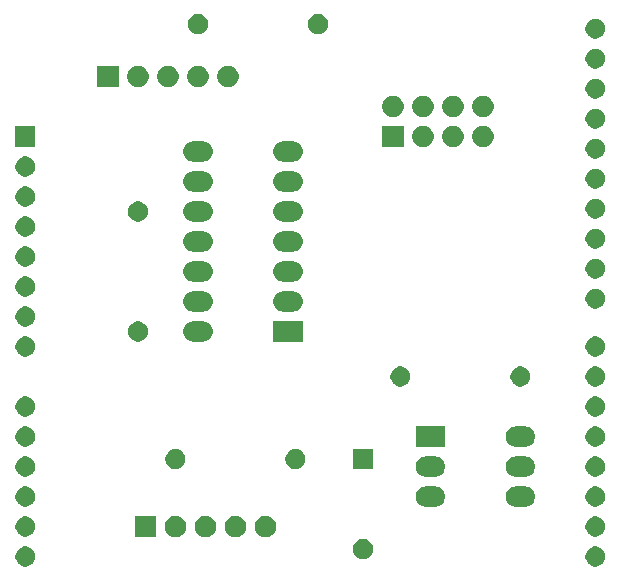
<source format=gbr>
%TF.GenerationSoftware,KiCad,Pcbnew,(5.1.6)-1*%
%TF.CreationDate,2021-11-10T22:47:38+01:00*%
%TF.ProjectId,carteExtensionMidi,63617274-6545-4787-9465-6e73696f6e4d,rev?*%
%TF.SameCoordinates,Original*%
%TF.FileFunction,Soldermask,Bot*%
%TF.FilePolarity,Negative*%
%FSLAX46Y46*%
G04 Gerber Fmt 4.6, Leading zero omitted, Abs format (unit mm)*
G04 Created by KiCad (PCBNEW (5.1.6)-1) date 2021-11-10 22:47:38*
%MOMM*%
%LPD*%
G01*
G04 APERTURE LIST*
%ADD10C,0.100000*%
G04 APERTURE END LIST*
D10*
G36*
X170427935Y-134437664D02*
G01*
X170582624Y-134501739D01*
X170582626Y-134501740D01*
X170721844Y-134594762D01*
X170840238Y-134713156D01*
X170933260Y-134852374D01*
X170933261Y-134852376D01*
X170997336Y-135007065D01*
X171030000Y-135171281D01*
X171030000Y-135338719D01*
X170997336Y-135502935D01*
X170933261Y-135657624D01*
X170933260Y-135657626D01*
X170840238Y-135796844D01*
X170721844Y-135915238D01*
X170582626Y-136008260D01*
X170582625Y-136008261D01*
X170582624Y-136008261D01*
X170427935Y-136072336D01*
X170263719Y-136105000D01*
X170096281Y-136105000D01*
X169932065Y-136072336D01*
X169777376Y-136008261D01*
X169777375Y-136008261D01*
X169777374Y-136008260D01*
X169638156Y-135915238D01*
X169519762Y-135796844D01*
X169426740Y-135657626D01*
X169426739Y-135657624D01*
X169362664Y-135502935D01*
X169330000Y-135338719D01*
X169330000Y-135171281D01*
X169362664Y-135007065D01*
X169426739Y-134852376D01*
X169426740Y-134852374D01*
X169519762Y-134713156D01*
X169638156Y-134594762D01*
X169777374Y-134501740D01*
X169777376Y-134501739D01*
X169932065Y-134437664D01*
X170096281Y-134405000D01*
X170263719Y-134405000D01*
X170427935Y-134437664D01*
G37*
G36*
X122167935Y-134437664D02*
G01*
X122322624Y-134501739D01*
X122322626Y-134501740D01*
X122461844Y-134594762D01*
X122580238Y-134713156D01*
X122673260Y-134852374D01*
X122673261Y-134852376D01*
X122737336Y-135007065D01*
X122770000Y-135171281D01*
X122770000Y-135338719D01*
X122737336Y-135502935D01*
X122673261Y-135657624D01*
X122673260Y-135657626D01*
X122580238Y-135796844D01*
X122461844Y-135915238D01*
X122322626Y-136008260D01*
X122322625Y-136008261D01*
X122322624Y-136008261D01*
X122167935Y-136072336D01*
X122003719Y-136105000D01*
X121836281Y-136105000D01*
X121672065Y-136072336D01*
X121517376Y-136008261D01*
X121517375Y-136008261D01*
X121517374Y-136008260D01*
X121378156Y-135915238D01*
X121259762Y-135796844D01*
X121166740Y-135657626D01*
X121166739Y-135657624D01*
X121102664Y-135502935D01*
X121070000Y-135338719D01*
X121070000Y-135171281D01*
X121102664Y-135007065D01*
X121166739Y-134852376D01*
X121166740Y-134852374D01*
X121259762Y-134713156D01*
X121378156Y-134594762D01*
X121517374Y-134501740D01*
X121517376Y-134501739D01*
X121672065Y-134437664D01*
X121836281Y-134405000D01*
X122003719Y-134405000D01*
X122167935Y-134437664D01*
G37*
G36*
X150742935Y-133802664D02*
G01*
X150897624Y-133866739D01*
X150897626Y-133866740D01*
X151036844Y-133959762D01*
X151155238Y-134078156D01*
X151248260Y-134217374D01*
X151248261Y-134217376D01*
X151312336Y-134372065D01*
X151345000Y-134536281D01*
X151345000Y-134703719D01*
X151312336Y-134867935D01*
X151254706Y-135007064D01*
X151248260Y-135022626D01*
X151155238Y-135161844D01*
X151036844Y-135280238D01*
X150897626Y-135373260D01*
X150897625Y-135373261D01*
X150897624Y-135373261D01*
X150742935Y-135437336D01*
X150578719Y-135470000D01*
X150411281Y-135470000D01*
X150247065Y-135437336D01*
X150092376Y-135373261D01*
X150092375Y-135373261D01*
X150092374Y-135373260D01*
X149953156Y-135280238D01*
X149834762Y-135161844D01*
X149741740Y-135022626D01*
X149735294Y-135007064D01*
X149677664Y-134867935D01*
X149645000Y-134703719D01*
X149645000Y-134536281D01*
X149677664Y-134372065D01*
X149741739Y-134217376D01*
X149741740Y-134217374D01*
X149834762Y-134078156D01*
X149953156Y-133959762D01*
X150092374Y-133866740D01*
X150092376Y-133866739D01*
X150247065Y-133802664D01*
X150411281Y-133770000D01*
X150578719Y-133770000D01*
X150742935Y-133802664D01*
G37*
G36*
X137422520Y-131849586D02*
G01*
X137586310Y-131917430D01*
X137733717Y-132015924D01*
X137859076Y-132141283D01*
X137957570Y-132288690D01*
X138025414Y-132452480D01*
X138060000Y-132626358D01*
X138060000Y-132803642D01*
X138025414Y-132977520D01*
X137957570Y-133141310D01*
X137859076Y-133288717D01*
X137733717Y-133414076D01*
X137586310Y-133512570D01*
X137586309Y-133512571D01*
X137586308Y-133512571D01*
X137422520Y-133580414D01*
X137248644Y-133615000D01*
X137071356Y-133615000D01*
X136897480Y-133580414D01*
X136733692Y-133512571D01*
X136733691Y-133512571D01*
X136733690Y-133512570D01*
X136586283Y-133414076D01*
X136460924Y-133288717D01*
X136362430Y-133141310D01*
X136294586Y-132977520D01*
X136260000Y-132803642D01*
X136260000Y-132626358D01*
X136294586Y-132452480D01*
X136362430Y-132288690D01*
X136460924Y-132141283D01*
X136586283Y-132015924D01*
X136733690Y-131917430D01*
X136897480Y-131849586D01*
X137071356Y-131815000D01*
X137248644Y-131815000D01*
X137422520Y-131849586D01*
G37*
G36*
X139962520Y-131849586D02*
G01*
X140126310Y-131917430D01*
X140273717Y-132015924D01*
X140399076Y-132141283D01*
X140497570Y-132288690D01*
X140565414Y-132452480D01*
X140600000Y-132626358D01*
X140600000Y-132803642D01*
X140565414Y-132977520D01*
X140497570Y-133141310D01*
X140399076Y-133288717D01*
X140273717Y-133414076D01*
X140126310Y-133512570D01*
X140126309Y-133512571D01*
X140126308Y-133512571D01*
X139962520Y-133580414D01*
X139788644Y-133615000D01*
X139611356Y-133615000D01*
X139437480Y-133580414D01*
X139273692Y-133512571D01*
X139273691Y-133512571D01*
X139273690Y-133512570D01*
X139126283Y-133414076D01*
X139000924Y-133288717D01*
X138902430Y-133141310D01*
X138834586Y-132977520D01*
X138800000Y-132803642D01*
X138800000Y-132626358D01*
X138834586Y-132452480D01*
X138902430Y-132288690D01*
X139000924Y-132141283D01*
X139126283Y-132015924D01*
X139273690Y-131917430D01*
X139437480Y-131849586D01*
X139611356Y-131815000D01*
X139788644Y-131815000D01*
X139962520Y-131849586D01*
G37*
G36*
X132980000Y-133615000D02*
G01*
X131180000Y-133615000D01*
X131180000Y-131815000D01*
X132980000Y-131815000D01*
X132980000Y-133615000D01*
G37*
G36*
X134882520Y-131849586D02*
G01*
X135046310Y-131917430D01*
X135193717Y-132015924D01*
X135319076Y-132141283D01*
X135417570Y-132288690D01*
X135485414Y-132452480D01*
X135520000Y-132626358D01*
X135520000Y-132803642D01*
X135485414Y-132977520D01*
X135417570Y-133141310D01*
X135319076Y-133288717D01*
X135193717Y-133414076D01*
X135046310Y-133512570D01*
X135046309Y-133512571D01*
X135046308Y-133512571D01*
X134882520Y-133580414D01*
X134708644Y-133615000D01*
X134531356Y-133615000D01*
X134357480Y-133580414D01*
X134193692Y-133512571D01*
X134193691Y-133512571D01*
X134193690Y-133512570D01*
X134046283Y-133414076D01*
X133920924Y-133288717D01*
X133822430Y-133141310D01*
X133754586Y-132977520D01*
X133720000Y-132803642D01*
X133720000Y-132626358D01*
X133754586Y-132452480D01*
X133822430Y-132288690D01*
X133920924Y-132141283D01*
X134046283Y-132015924D01*
X134193690Y-131917430D01*
X134357480Y-131849586D01*
X134531356Y-131815000D01*
X134708644Y-131815000D01*
X134882520Y-131849586D01*
G37*
G36*
X142502520Y-131849586D02*
G01*
X142666310Y-131917430D01*
X142813717Y-132015924D01*
X142939076Y-132141283D01*
X143037570Y-132288690D01*
X143105414Y-132452480D01*
X143140000Y-132626358D01*
X143140000Y-132803642D01*
X143105414Y-132977520D01*
X143037570Y-133141310D01*
X142939076Y-133288717D01*
X142813717Y-133414076D01*
X142666310Y-133512570D01*
X142666309Y-133512571D01*
X142666308Y-133512571D01*
X142502520Y-133580414D01*
X142328644Y-133615000D01*
X142151356Y-133615000D01*
X141977480Y-133580414D01*
X141813692Y-133512571D01*
X141813691Y-133512571D01*
X141813690Y-133512570D01*
X141666283Y-133414076D01*
X141540924Y-133288717D01*
X141442430Y-133141310D01*
X141374586Y-132977520D01*
X141340000Y-132803642D01*
X141340000Y-132626358D01*
X141374586Y-132452480D01*
X141442430Y-132288690D01*
X141540924Y-132141283D01*
X141666283Y-132015924D01*
X141813690Y-131917430D01*
X141977480Y-131849586D01*
X142151356Y-131815000D01*
X142328644Y-131815000D01*
X142502520Y-131849586D01*
G37*
G36*
X170427935Y-131897664D02*
G01*
X170582624Y-131961739D01*
X170582626Y-131961740D01*
X170721844Y-132054762D01*
X170840238Y-132173156D01*
X170917435Y-132288690D01*
X170933261Y-132312376D01*
X170997336Y-132467065D01*
X171030000Y-132631281D01*
X171030000Y-132798719D01*
X170997336Y-132962935D01*
X170933261Y-133117624D01*
X170933260Y-133117626D01*
X170840238Y-133256844D01*
X170721844Y-133375238D01*
X170582626Y-133468260D01*
X170582625Y-133468261D01*
X170582624Y-133468261D01*
X170427935Y-133532336D01*
X170263719Y-133565000D01*
X170096281Y-133565000D01*
X169932065Y-133532336D01*
X169777376Y-133468261D01*
X169777375Y-133468261D01*
X169777374Y-133468260D01*
X169638156Y-133375238D01*
X169519762Y-133256844D01*
X169426740Y-133117626D01*
X169426739Y-133117624D01*
X169362664Y-132962935D01*
X169330000Y-132798719D01*
X169330000Y-132631281D01*
X169362664Y-132467065D01*
X169426739Y-132312376D01*
X169442565Y-132288690D01*
X169519762Y-132173156D01*
X169638156Y-132054762D01*
X169777374Y-131961740D01*
X169777376Y-131961739D01*
X169932065Y-131897664D01*
X170096281Y-131865000D01*
X170263719Y-131865000D01*
X170427935Y-131897664D01*
G37*
G36*
X122167935Y-131897664D02*
G01*
X122322624Y-131961739D01*
X122322626Y-131961740D01*
X122461844Y-132054762D01*
X122580238Y-132173156D01*
X122657435Y-132288690D01*
X122673261Y-132312376D01*
X122737336Y-132467065D01*
X122770000Y-132631281D01*
X122770000Y-132798719D01*
X122737336Y-132962935D01*
X122673261Y-133117624D01*
X122673260Y-133117626D01*
X122580238Y-133256844D01*
X122461844Y-133375238D01*
X122322626Y-133468260D01*
X122322625Y-133468261D01*
X122322624Y-133468261D01*
X122167935Y-133532336D01*
X122003719Y-133565000D01*
X121836281Y-133565000D01*
X121672065Y-133532336D01*
X121517376Y-133468261D01*
X121517375Y-133468261D01*
X121517374Y-133468260D01*
X121378156Y-133375238D01*
X121259762Y-133256844D01*
X121166740Y-133117626D01*
X121166739Y-133117624D01*
X121102664Y-132962935D01*
X121070000Y-132798719D01*
X121070000Y-132631281D01*
X121102664Y-132467065D01*
X121166739Y-132312376D01*
X121182565Y-132288690D01*
X121259762Y-132173156D01*
X121378156Y-132054762D01*
X121517374Y-131961740D01*
X121517376Y-131961739D01*
X121672065Y-131897664D01*
X121836281Y-131865000D01*
X122003719Y-131865000D01*
X122167935Y-131897664D01*
G37*
G36*
X164396627Y-129337299D02*
G01*
X164463762Y-129357664D01*
X164556855Y-129385903D01*
X164556857Y-129385904D01*
X164704518Y-129464831D01*
X164833949Y-129571051D01*
X164940169Y-129700482D01*
X165019096Y-129848143D01*
X165067701Y-130008373D01*
X165084112Y-130175000D01*
X165067701Y-130341627D01*
X165019096Y-130501857D01*
X164940169Y-130649518D01*
X164833949Y-130778949D01*
X164704518Y-130885169D01*
X164623901Y-130928260D01*
X164556855Y-130964097D01*
X164476742Y-130988398D01*
X164396627Y-131012701D01*
X164271752Y-131025000D01*
X163388248Y-131025000D01*
X163263373Y-131012701D01*
X163183258Y-130988398D01*
X163103145Y-130964097D01*
X163036099Y-130928260D01*
X162955482Y-130885169D01*
X162826051Y-130778949D01*
X162719831Y-130649518D01*
X162640904Y-130501857D01*
X162592299Y-130341627D01*
X162575888Y-130175000D01*
X162592299Y-130008373D01*
X162640904Y-129848143D01*
X162719831Y-129700482D01*
X162826051Y-129571051D01*
X162955482Y-129464831D01*
X163103143Y-129385904D01*
X163103145Y-129385903D01*
X163196238Y-129357664D01*
X163263373Y-129337299D01*
X163388248Y-129325000D01*
X164271752Y-129325000D01*
X164396627Y-129337299D01*
G37*
G36*
X156776627Y-129337299D02*
G01*
X156843762Y-129357664D01*
X156936855Y-129385903D01*
X156936857Y-129385904D01*
X157084518Y-129464831D01*
X157213949Y-129571051D01*
X157320169Y-129700482D01*
X157399096Y-129848143D01*
X157447701Y-130008373D01*
X157464112Y-130175000D01*
X157447701Y-130341627D01*
X157399096Y-130501857D01*
X157320169Y-130649518D01*
X157213949Y-130778949D01*
X157084518Y-130885169D01*
X157003901Y-130928260D01*
X156936855Y-130964097D01*
X156856742Y-130988398D01*
X156776627Y-131012701D01*
X156651752Y-131025000D01*
X155768248Y-131025000D01*
X155643373Y-131012701D01*
X155563258Y-130988398D01*
X155483145Y-130964097D01*
X155416099Y-130928260D01*
X155335482Y-130885169D01*
X155206051Y-130778949D01*
X155099831Y-130649518D01*
X155020904Y-130501857D01*
X154972299Y-130341627D01*
X154955888Y-130175000D01*
X154972299Y-130008373D01*
X155020904Y-129848143D01*
X155099831Y-129700482D01*
X155206051Y-129571051D01*
X155335482Y-129464831D01*
X155483143Y-129385904D01*
X155483145Y-129385903D01*
X155576238Y-129357664D01*
X155643373Y-129337299D01*
X155768248Y-129325000D01*
X156651752Y-129325000D01*
X156776627Y-129337299D01*
G37*
G36*
X122167935Y-129357664D02*
G01*
X122322624Y-129421739D01*
X122322626Y-129421740D01*
X122461844Y-129514762D01*
X122580238Y-129633156D01*
X122673260Y-129772374D01*
X122673261Y-129772376D01*
X122737336Y-129927065D01*
X122770000Y-130091281D01*
X122770000Y-130258719D01*
X122737336Y-130422935D01*
X122704646Y-130501855D01*
X122673260Y-130577626D01*
X122580238Y-130716844D01*
X122461844Y-130835238D01*
X122322626Y-130928260D01*
X122322625Y-130928261D01*
X122322624Y-130928261D01*
X122167935Y-130992336D01*
X122003719Y-131025000D01*
X121836281Y-131025000D01*
X121672065Y-130992336D01*
X121517376Y-130928261D01*
X121517375Y-130928261D01*
X121517374Y-130928260D01*
X121378156Y-130835238D01*
X121259762Y-130716844D01*
X121166740Y-130577626D01*
X121135354Y-130501855D01*
X121102664Y-130422935D01*
X121070000Y-130258719D01*
X121070000Y-130091281D01*
X121102664Y-129927065D01*
X121166739Y-129772376D01*
X121166740Y-129772374D01*
X121259762Y-129633156D01*
X121378156Y-129514762D01*
X121517374Y-129421740D01*
X121517376Y-129421739D01*
X121672065Y-129357664D01*
X121836281Y-129325000D01*
X122003719Y-129325000D01*
X122167935Y-129357664D01*
G37*
G36*
X170427935Y-129357664D02*
G01*
X170582624Y-129421739D01*
X170582626Y-129421740D01*
X170721844Y-129514762D01*
X170840238Y-129633156D01*
X170933260Y-129772374D01*
X170933261Y-129772376D01*
X170997336Y-129927065D01*
X171030000Y-130091281D01*
X171030000Y-130258719D01*
X170997336Y-130422935D01*
X170964646Y-130501855D01*
X170933260Y-130577626D01*
X170840238Y-130716844D01*
X170721844Y-130835238D01*
X170582626Y-130928260D01*
X170582625Y-130928261D01*
X170582624Y-130928261D01*
X170427935Y-130992336D01*
X170263719Y-131025000D01*
X170096281Y-131025000D01*
X169932065Y-130992336D01*
X169777376Y-130928261D01*
X169777375Y-130928261D01*
X169777374Y-130928260D01*
X169638156Y-130835238D01*
X169519762Y-130716844D01*
X169426740Y-130577626D01*
X169395354Y-130501855D01*
X169362664Y-130422935D01*
X169330000Y-130258719D01*
X169330000Y-130091281D01*
X169362664Y-129927065D01*
X169426739Y-129772376D01*
X169426740Y-129772374D01*
X169519762Y-129633156D01*
X169638156Y-129514762D01*
X169777374Y-129421740D01*
X169777376Y-129421739D01*
X169932065Y-129357664D01*
X170096281Y-129325000D01*
X170263719Y-129325000D01*
X170427935Y-129357664D01*
G37*
G36*
X164396627Y-126797299D02*
G01*
X164463762Y-126817664D01*
X164556855Y-126845903D01*
X164556857Y-126845904D01*
X164704518Y-126924831D01*
X164833949Y-127031051D01*
X164940169Y-127160482D01*
X165019096Y-127308143D01*
X165067701Y-127468373D01*
X165084112Y-127635000D01*
X165067701Y-127801627D01*
X165019096Y-127961857D01*
X164940169Y-128109518D01*
X164833949Y-128238949D01*
X164704518Y-128345169D01*
X164623901Y-128388260D01*
X164556855Y-128424097D01*
X164476742Y-128448398D01*
X164396627Y-128472701D01*
X164271752Y-128485000D01*
X163388248Y-128485000D01*
X163263373Y-128472701D01*
X163183258Y-128448398D01*
X163103145Y-128424097D01*
X163036099Y-128388260D01*
X162955482Y-128345169D01*
X162826051Y-128238949D01*
X162719831Y-128109518D01*
X162640904Y-127961857D01*
X162592299Y-127801627D01*
X162575888Y-127635000D01*
X162592299Y-127468373D01*
X162640904Y-127308143D01*
X162719831Y-127160482D01*
X162826051Y-127031051D01*
X162955482Y-126924831D01*
X163103143Y-126845904D01*
X163103145Y-126845903D01*
X163196238Y-126817664D01*
X163263373Y-126797299D01*
X163388248Y-126785000D01*
X164271752Y-126785000D01*
X164396627Y-126797299D01*
G37*
G36*
X156776627Y-126797299D02*
G01*
X156843762Y-126817664D01*
X156936855Y-126845903D01*
X156936857Y-126845904D01*
X157084518Y-126924831D01*
X157213949Y-127031051D01*
X157320169Y-127160482D01*
X157399096Y-127308143D01*
X157447701Y-127468373D01*
X157464112Y-127635000D01*
X157447701Y-127801627D01*
X157399096Y-127961857D01*
X157320169Y-128109518D01*
X157213949Y-128238949D01*
X157084518Y-128345169D01*
X157003901Y-128388260D01*
X156936855Y-128424097D01*
X156856742Y-128448398D01*
X156776627Y-128472701D01*
X156651752Y-128485000D01*
X155768248Y-128485000D01*
X155643373Y-128472701D01*
X155563258Y-128448398D01*
X155483145Y-128424097D01*
X155416099Y-128388260D01*
X155335482Y-128345169D01*
X155206051Y-128238949D01*
X155099831Y-128109518D01*
X155020904Y-127961857D01*
X154972299Y-127801627D01*
X154955888Y-127635000D01*
X154972299Y-127468373D01*
X155020904Y-127308143D01*
X155099831Y-127160482D01*
X155206051Y-127031051D01*
X155335482Y-126924831D01*
X155483143Y-126845904D01*
X155483145Y-126845903D01*
X155576238Y-126817664D01*
X155643373Y-126797299D01*
X155768248Y-126785000D01*
X156651752Y-126785000D01*
X156776627Y-126797299D01*
G37*
G36*
X122167935Y-126817664D02*
G01*
X122322624Y-126881739D01*
X122322626Y-126881740D01*
X122461844Y-126974762D01*
X122580238Y-127093156D01*
X122673260Y-127232374D01*
X122673261Y-127232376D01*
X122737336Y-127387065D01*
X122770000Y-127551281D01*
X122770000Y-127718719D01*
X122737336Y-127882935D01*
X122704646Y-127961855D01*
X122673260Y-128037626D01*
X122580238Y-128176844D01*
X122461844Y-128295238D01*
X122322626Y-128388260D01*
X122322625Y-128388261D01*
X122322624Y-128388261D01*
X122167935Y-128452336D01*
X122003719Y-128485000D01*
X121836281Y-128485000D01*
X121672065Y-128452336D01*
X121517376Y-128388261D01*
X121517375Y-128388261D01*
X121517374Y-128388260D01*
X121378156Y-128295238D01*
X121259762Y-128176844D01*
X121166740Y-128037626D01*
X121135354Y-127961855D01*
X121102664Y-127882935D01*
X121070000Y-127718719D01*
X121070000Y-127551281D01*
X121102664Y-127387065D01*
X121166739Y-127232376D01*
X121166740Y-127232374D01*
X121259762Y-127093156D01*
X121378156Y-126974762D01*
X121517374Y-126881740D01*
X121517376Y-126881739D01*
X121672065Y-126817664D01*
X121836281Y-126785000D01*
X122003719Y-126785000D01*
X122167935Y-126817664D01*
G37*
G36*
X170427935Y-126817664D02*
G01*
X170582624Y-126881739D01*
X170582626Y-126881740D01*
X170721844Y-126974762D01*
X170840238Y-127093156D01*
X170933260Y-127232374D01*
X170933261Y-127232376D01*
X170997336Y-127387065D01*
X171030000Y-127551281D01*
X171030000Y-127718719D01*
X170997336Y-127882935D01*
X170964646Y-127961855D01*
X170933260Y-128037626D01*
X170840238Y-128176844D01*
X170721844Y-128295238D01*
X170582626Y-128388260D01*
X170582625Y-128388261D01*
X170582624Y-128388261D01*
X170427935Y-128452336D01*
X170263719Y-128485000D01*
X170096281Y-128485000D01*
X169932065Y-128452336D01*
X169777376Y-128388261D01*
X169777375Y-128388261D01*
X169777374Y-128388260D01*
X169638156Y-128295238D01*
X169519762Y-128176844D01*
X169426740Y-128037626D01*
X169395354Y-127961855D01*
X169362664Y-127882935D01*
X169330000Y-127718719D01*
X169330000Y-127551281D01*
X169362664Y-127387065D01*
X169426739Y-127232376D01*
X169426740Y-127232374D01*
X169519762Y-127093156D01*
X169638156Y-126974762D01*
X169777374Y-126881740D01*
X169777376Y-126881739D01*
X169932065Y-126817664D01*
X170096281Y-126785000D01*
X170263719Y-126785000D01*
X170427935Y-126817664D01*
G37*
G36*
X151345000Y-127850000D02*
G01*
X149645000Y-127850000D01*
X149645000Y-126150000D01*
X151345000Y-126150000D01*
X151345000Y-127850000D01*
G37*
G36*
X145027935Y-126182664D02*
G01*
X145182624Y-126246739D01*
X145182626Y-126246740D01*
X145321844Y-126339762D01*
X145440238Y-126458156D01*
X145533260Y-126597374D01*
X145533261Y-126597376D01*
X145597336Y-126752065D01*
X145630000Y-126916281D01*
X145630000Y-127083719D01*
X145597336Y-127247935D01*
X145539706Y-127387064D01*
X145533260Y-127402626D01*
X145440238Y-127541844D01*
X145321844Y-127660238D01*
X145182626Y-127753260D01*
X145182625Y-127753261D01*
X145182624Y-127753261D01*
X145027935Y-127817336D01*
X144863719Y-127850000D01*
X144696281Y-127850000D01*
X144532065Y-127817336D01*
X144377376Y-127753261D01*
X144377375Y-127753261D01*
X144377374Y-127753260D01*
X144238156Y-127660238D01*
X144119762Y-127541844D01*
X144026740Y-127402626D01*
X144020294Y-127387064D01*
X143962664Y-127247935D01*
X143930000Y-127083719D01*
X143930000Y-126916281D01*
X143962664Y-126752065D01*
X144026739Y-126597376D01*
X144026740Y-126597374D01*
X144119762Y-126458156D01*
X144238156Y-126339762D01*
X144377374Y-126246740D01*
X144377376Y-126246739D01*
X144532065Y-126182664D01*
X144696281Y-126150000D01*
X144863719Y-126150000D01*
X145027935Y-126182664D01*
G37*
G36*
X134867935Y-126182664D02*
G01*
X135022624Y-126246739D01*
X135022626Y-126246740D01*
X135161844Y-126339762D01*
X135280238Y-126458156D01*
X135373260Y-126597374D01*
X135373261Y-126597376D01*
X135437336Y-126752065D01*
X135470000Y-126916281D01*
X135470000Y-127083719D01*
X135437336Y-127247935D01*
X135379706Y-127387064D01*
X135373260Y-127402626D01*
X135280238Y-127541844D01*
X135161844Y-127660238D01*
X135022626Y-127753260D01*
X135022625Y-127753261D01*
X135022624Y-127753261D01*
X134867935Y-127817336D01*
X134703719Y-127850000D01*
X134536281Y-127850000D01*
X134372065Y-127817336D01*
X134217376Y-127753261D01*
X134217375Y-127753261D01*
X134217374Y-127753260D01*
X134078156Y-127660238D01*
X133959762Y-127541844D01*
X133866740Y-127402626D01*
X133860294Y-127387064D01*
X133802664Y-127247935D01*
X133770000Y-127083719D01*
X133770000Y-126916281D01*
X133802664Y-126752065D01*
X133866739Y-126597376D01*
X133866740Y-126597374D01*
X133959762Y-126458156D01*
X134078156Y-126339762D01*
X134217374Y-126246740D01*
X134217376Y-126246739D01*
X134372065Y-126182664D01*
X134536281Y-126150000D01*
X134703719Y-126150000D01*
X134867935Y-126182664D01*
G37*
G36*
X170427935Y-124277664D02*
G01*
X170582624Y-124341739D01*
X170582626Y-124341740D01*
X170721844Y-124434762D01*
X170840238Y-124553156D01*
X170933260Y-124692374D01*
X170933261Y-124692376D01*
X170997336Y-124847065D01*
X171030000Y-125011281D01*
X171030000Y-125178719D01*
X170997336Y-125342935D01*
X170964646Y-125421855D01*
X170933260Y-125497626D01*
X170840238Y-125636844D01*
X170721844Y-125755238D01*
X170582626Y-125848260D01*
X170582625Y-125848261D01*
X170582624Y-125848261D01*
X170427935Y-125912336D01*
X170263719Y-125945000D01*
X170096281Y-125945000D01*
X169932065Y-125912336D01*
X169777376Y-125848261D01*
X169777375Y-125848261D01*
X169777374Y-125848260D01*
X169638156Y-125755238D01*
X169519762Y-125636844D01*
X169426740Y-125497626D01*
X169395354Y-125421855D01*
X169362664Y-125342935D01*
X169330000Y-125178719D01*
X169330000Y-125011281D01*
X169362664Y-124847065D01*
X169426739Y-124692376D01*
X169426740Y-124692374D01*
X169519762Y-124553156D01*
X169638156Y-124434762D01*
X169777374Y-124341740D01*
X169777376Y-124341739D01*
X169932065Y-124277664D01*
X170096281Y-124245000D01*
X170263719Y-124245000D01*
X170427935Y-124277664D01*
G37*
G36*
X122167935Y-124277664D02*
G01*
X122322624Y-124341739D01*
X122322626Y-124341740D01*
X122461844Y-124434762D01*
X122580238Y-124553156D01*
X122673260Y-124692374D01*
X122673261Y-124692376D01*
X122737336Y-124847065D01*
X122770000Y-125011281D01*
X122770000Y-125178719D01*
X122737336Y-125342935D01*
X122704646Y-125421855D01*
X122673260Y-125497626D01*
X122580238Y-125636844D01*
X122461844Y-125755238D01*
X122322626Y-125848260D01*
X122322625Y-125848261D01*
X122322624Y-125848261D01*
X122167935Y-125912336D01*
X122003719Y-125945000D01*
X121836281Y-125945000D01*
X121672065Y-125912336D01*
X121517376Y-125848261D01*
X121517375Y-125848261D01*
X121517374Y-125848260D01*
X121378156Y-125755238D01*
X121259762Y-125636844D01*
X121166740Y-125497626D01*
X121135354Y-125421855D01*
X121102664Y-125342935D01*
X121070000Y-125178719D01*
X121070000Y-125011281D01*
X121102664Y-124847065D01*
X121166739Y-124692376D01*
X121166740Y-124692374D01*
X121259762Y-124553156D01*
X121378156Y-124434762D01*
X121517374Y-124341740D01*
X121517376Y-124341739D01*
X121672065Y-124277664D01*
X121836281Y-124245000D01*
X122003719Y-124245000D01*
X122167935Y-124277664D01*
G37*
G36*
X157460000Y-125945000D02*
G01*
X154960000Y-125945000D01*
X154960000Y-124245000D01*
X157460000Y-124245000D01*
X157460000Y-125945000D01*
G37*
G36*
X164396627Y-124257299D02*
G01*
X164463762Y-124277664D01*
X164556855Y-124305903D01*
X164556857Y-124305904D01*
X164704518Y-124384831D01*
X164833949Y-124491051D01*
X164940169Y-124620482D01*
X165019096Y-124768143D01*
X165067701Y-124928373D01*
X165084112Y-125095000D01*
X165067701Y-125261627D01*
X165019096Y-125421857D01*
X164940169Y-125569518D01*
X164833949Y-125698949D01*
X164704518Y-125805169D01*
X164623901Y-125848260D01*
X164556855Y-125884097D01*
X164476742Y-125908399D01*
X164396627Y-125932701D01*
X164271752Y-125945000D01*
X163388248Y-125945000D01*
X163263373Y-125932701D01*
X163183258Y-125908399D01*
X163103145Y-125884097D01*
X163036099Y-125848260D01*
X162955482Y-125805169D01*
X162826051Y-125698949D01*
X162719831Y-125569518D01*
X162640904Y-125421857D01*
X162592299Y-125261627D01*
X162575888Y-125095000D01*
X162592299Y-124928373D01*
X162640904Y-124768143D01*
X162719831Y-124620482D01*
X162826051Y-124491051D01*
X162955482Y-124384831D01*
X163103143Y-124305904D01*
X163103145Y-124305903D01*
X163196238Y-124277664D01*
X163263373Y-124257299D01*
X163388248Y-124245000D01*
X164271752Y-124245000D01*
X164396627Y-124257299D01*
G37*
G36*
X170427935Y-121737664D02*
G01*
X170582624Y-121801739D01*
X170582626Y-121801740D01*
X170721844Y-121894762D01*
X170840238Y-122013156D01*
X170933260Y-122152374D01*
X170933261Y-122152376D01*
X170997336Y-122307065D01*
X171030000Y-122471281D01*
X171030000Y-122638719D01*
X170997336Y-122802935D01*
X170933261Y-122957624D01*
X170933260Y-122957626D01*
X170840238Y-123096844D01*
X170721844Y-123215238D01*
X170582626Y-123308260D01*
X170582625Y-123308261D01*
X170582624Y-123308261D01*
X170427935Y-123372336D01*
X170263719Y-123405000D01*
X170096281Y-123405000D01*
X169932065Y-123372336D01*
X169777376Y-123308261D01*
X169777375Y-123308261D01*
X169777374Y-123308260D01*
X169638156Y-123215238D01*
X169519762Y-123096844D01*
X169426740Y-122957626D01*
X169426739Y-122957624D01*
X169362664Y-122802935D01*
X169330000Y-122638719D01*
X169330000Y-122471281D01*
X169362664Y-122307065D01*
X169426739Y-122152376D01*
X169426740Y-122152374D01*
X169519762Y-122013156D01*
X169638156Y-121894762D01*
X169777374Y-121801740D01*
X169777376Y-121801739D01*
X169932065Y-121737664D01*
X170096281Y-121705000D01*
X170263719Y-121705000D01*
X170427935Y-121737664D01*
G37*
G36*
X122167935Y-121737664D02*
G01*
X122322624Y-121801739D01*
X122322626Y-121801740D01*
X122461844Y-121894762D01*
X122580238Y-122013156D01*
X122673260Y-122152374D01*
X122673261Y-122152376D01*
X122737336Y-122307065D01*
X122770000Y-122471281D01*
X122770000Y-122638719D01*
X122737336Y-122802935D01*
X122673261Y-122957624D01*
X122673260Y-122957626D01*
X122580238Y-123096844D01*
X122461844Y-123215238D01*
X122322626Y-123308260D01*
X122322625Y-123308261D01*
X122322624Y-123308261D01*
X122167935Y-123372336D01*
X122003719Y-123405000D01*
X121836281Y-123405000D01*
X121672065Y-123372336D01*
X121517376Y-123308261D01*
X121517375Y-123308261D01*
X121517374Y-123308260D01*
X121378156Y-123215238D01*
X121259762Y-123096844D01*
X121166740Y-122957626D01*
X121166739Y-122957624D01*
X121102664Y-122802935D01*
X121070000Y-122638719D01*
X121070000Y-122471281D01*
X121102664Y-122307065D01*
X121166739Y-122152376D01*
X121166740Y-122152374D01*
X121259762Y-122013156D01*
X121378156Y-121894762D01*
X121517374Y-121801740D01*
X121517376Y-121801739D01*
X121672065Y-121737664D01*
X121836281Y-121705000D01*
X122003719Y-121705000D01*
X122167935Y-121737664D01*
G37*
G36*
X153917935Y-119197664D02*
G01*
X154072624Y-119261739D01*
X154072626Y-119261740D01*
X154211844Y-119354762D01*
X154330238Y-119473156D01*
X154423260Y-119612374D01*
X154423261Y-119612376D01*
X154487336Y-119767065D01*
X154520000Y-119931281D01*
X154520000Y-120098719D01*
X154487336Y-120262935D01*
X154423261Y-120417624D01*
X154423260Y-120417626D01*
X154330238Y-120556844D01*
X154211844Y-120675238D01*
X154072626Y-120768260D01*
X154072625Y-120768261D01*
X154072624Y-120768261D01*
X153917935Y-120832336D01*
X153753719Y-120865000D01*
X153586281Y-120865000D01*
X153422065Y-120832336D01*
X153267376Y-120768261D01*
X153267375Y-120768261D01*
X153267374Y-120768260D01*
X153128156Y-120675238D01*
X153009762Y-120556844D01*
X152916740Y-120417626D01*
X152916739Y-120417624D01*
X152852664Y-120262935D01*
X152820000Y-120098719D01*
X152820000Y-119931281D01*
X152852664Y-119767065D01*
X152916739Y-119612376D01*
X152916740Y-119612374D01*
X153009762Y-119473156D01*
X153128156Y-119354762D01*
X153267374Y-119261740D01*
X153267376Y-119261739D01*
X153422065Y-119197664D01*
X153586281Y-119165000D01*
X153753719Y-119165000D01*
X153917935Y-119197664D01*
G37*
G36*
X164077935Y-119197664D02*
G01*
X164232624Y-119261739D01*
X164232626Y-119261740D01*
X164371844Y-119354762D01*
X164490238Y-119473156D01*
X164583260Y-119612374D01*
X164583261Y-119612376D01*
X164647336Y-119767065D01*
X164680000Y-119931281D01*
X164680000Y-120098719D01*
X164647336Y-120262935D01*
X164583261Y-120417624D01*
X164583260Y-120417626D01*
X164490238Y-120556844D01*
X164371844Y-120675238D01*
X164232626Y-120768260D01*
X164232625Y-120768261D01*
X164232624Y-120768261D01*
X164077935Y-120832336D01*
X163913719Y-120865000D01*
X163746281Y-120865000D01*
X163582065Y-120832336D01*
X163427376Y-120768261D01*
X163427375Y-120768261D01*
X163427374Y-120768260D01*
X163288156Y-120675238D01*
X163169762Y-120556844D01*
X163076740Y-120417626D01*
X163076739Y-120417624D01*
X163012664Y-120262935D01*
X162980000Y-120098719D01*
X162980000Y-119931281D01*
X163012664Y-119767065D01*
X163076739Y-119612376D01*
X163076740Y-119612374D01*
X163169762Y-119473156D01*
X163288156Y-119354762D01*
X163427374Y-119261740D01*
X163427376Y-119261739D01*
X163582065Y-119197664D01*
X163746281Y-119165000D01*
X163913719Y-119165000D01*
X164077935Y-119197664D01*
G37*
G36*
X170427935Y-119197664D02*
G01*
X170582624Y-119261739D01*
X170582626Y-119261740D01*
X170721844Y-119354762D01*
X170840238Y-119473156D01*
X170933260Y-119612374D01*
X170933261Y-119612376D01*
X170997336Y-119767065D01*
X171030000Y-119931281D01*
X171030000Y-120098719D01*
X170997336Y-120262935D01*
X170933261Y-120417624D01*
X170933260Y-120417626D01*
X170840238Y-120556844D01*
X170721844Y-120675238D01*
X170582626Y-120768260D01*
X170582625Y-120768261D01*
X170582624Y-120768261D01*
X170427935Y-120832336D01*
X170263719Y-120865000D01*
X170096281Y-120865000D01*
X169932065Y-120832336D01*
X169777376Y-120768261D01*
X169777375Y-120768261D01*
X169777374Y-120768260D01*
X169638156Y-120675238D01*
X169519762Y-120556844D01*
X169426740Y-120417626D01*
X169426739Y-120417624D01*
X169362664Y-120262935D01*
X169330000Y-120098719D01*
X169330000Y-119931281D01*
X169362664Y-119767065D01*
X169426739Y-119612376D01*
X169426740Y-119612374D01*
X169519762Y-119473156D01*
X169638156Y-119354762D01*
X169777374Y-119261740D01*
X169777376Y-119261739D01*
X169932065Y-119197664D01*
X170096281Y-119165000D01*
X170263719Y-119165000D01*
X170427935Y-119197664D01*
G37*
G36*
X122167935Y-116657664D02*
G01*
X122322624Y-116721739D01*
X122322626Y-116721740D01*
X122461844Y-116814762D01*
X122580238Y-116933156D01*
X122653433Y-117042701D01*
X122673261Y-117072376D01*
X122737336Y-117227065D01*
X122770000Y-117391281D01*
X122770000Y-117558719D01*
X122737336Y-117722935D01*
X122673261Y-117877624D01*
X122673260Y-117877626D01*
X122580238Y-118016844D01*
X122461844Y-118135238D01*
X122322626Y-118228260D01*
X122322625Y-118228261D01*
X122322624Y-118228261D01*
X122167935Y-118292336D01*
X122003719Y-118325000D01*
X121836281Y-118325000D01*
X121672065Y-118292336D01*
X121517376Y-118228261D01*
X121517375Y-118228261D01*
X121517374Y-118228260D01*
X121378156Y-118135238D01*
X121259762Y-118016844D01*
X121166740Y-117877626D01*
X121166739Y-117877624D01*
X121102664Y-117722935D01*
X121070000Y-117558719D01*
X121070000Y-117391281D01*
X121102664Y-117227065D01*
X121166739Y-117072376D01*
X121186567Y-117042701D01*
X121259762Y-116933156D01*
X121378156Y-116814762D01*
X121517374Y-116721740D01*
X121517376Y-116721739D01*
X121672065Y-116657664D01*
X121836281Y-116625000D01*
X122003719Y-116625000D01*
X122167935Y-116657664D01*
G37*
G36*
X170427935Y-116657664D02*
G01*
X170582624Y-116721739D01*
X170582626Y-116721740D01*
X170721844Y-116814762D01*
X170840238Y-116933156D01*
X170913433Y-117042701D01*
X170933261Y-117072376D01*
X170997336Y-117227065D01*
X171030000Y-117391281D01*
X171030000Y-117558719D01*
X170997336Y-117722935D01*
X170933261Y-117877624D01*
X170933260Y-117877626D01*
X170840238Y-118016844D01*
X170721844Y-118135238D01*
X170582626Y-118228260D01*
X170582625Y-118228261D01*
X170582624Y-118228261D01*
X170427935Y-118292336D01*
X170263719Y-118325000D01*
X170096281Y-118325000D01*
X169932065Y-118292336D01*
X169777376Y-118228261D01*
X169777375Y-118228261D01*
X169777374Y-118228260D01*
X169638156Y-118135238D01*
X169519762Y-118016844D01*
X169426740Y-117877626D01*
X169426739Y-117877624D01*
X169362664Y-117722935D01*
X169330000Y-117558719D01*
X169330000Y-117391281D01*
X169362664Y-117227065D01*
X169426739Y-117072376D01*
X169446567Y-117042701D01*
X169519762Y-116933156D01*
X169638156Y-116814762D01*
X169777374Y-116721740D01*
X169777376Y-116721739D01*
X169932065Y-116657664D01*
X170096281Y-116625000D01*
X170263719Y-116625000D01*
X170427935Y-116657664D01*
G37*
G36*
X131692935Y-115387664D02*
G01*
X131847624Y-115451739D01*
X131847626Y-115451740D01*
X131986844Y-115544762D01*
X132105238Y-115663156D01*
X132186651Y-115785000D01*
X132198261Y-115802376D01*
X132262336Y-115957065D01*
X132295000Y-116121281D01*
X132295000Y-116288719D01*
X132262336Y-116452935D01*
X132229646Y-116531855D01*
X132198260Y-116607626D01*
X132105238Y-116746844D01*
X131986844Y-116865238D01*
X131847626Y-116958260D01*
X131847625Y-116958261D01*
X131847624Y-116958261D01*
X131692935Y-117022336D01*
X131528719Y-117055000D01*
X131361281Y-117055000D01*
X131197065Y-117022336D01*
X131042376Y-116958261D01*
X131042375Y-116958261D01*
X131042374Y-116958260D01*
X130903156Y-116865238D01*
X130784762Y-116746844D01*
X130691740Y-116607626D01*
X130660354Y-116531855D01*
X130627664Y-116452935D01*
X130595000Y-116288719D01*
X130595000Y-116121281D01*
X130627664Y-115957065D01*
X130691739Y-115802376D01*
X130703349Y-115785000D01*
X130784762Y-115663156D01*
X130903156Y-115544762D01*
X131042374Y-115451740D01*
X131042376Y-115451739D01*
X131197065Y-115387664D01*
X131361281Y-115355000D01*
X131528719Y-115355000D01*
X131692935Y-115387664D01*
G37*
G36*
X137091627Y-115367299D02*
G01*
X137158762Y-115387664D01*
X137251855Y-115415903D01*
X137251857Y-115415904D01*
X137399518Y-115494831D01*
X137528949Y-115601051D01*
X137635169Y-115730482D01*
X137714096Y-115878143D01*
X137762701Y-116038373D01*
X137779112Y-116205000D01*
X137762701Y-116371627D01*
X137714096Y-116531857D01*
X137635169Y-116679518D01*
X137528949Y-116808949D01*
X137399518Y-116915169D01*
X137318901Y-116958260D01*
X137251855Y-116994097D01*
X137171742Y-117018398D01*
X137091627Y-117042701D01*
X136966752Y-117055000D01*
X136083248Y-117055000D01*
X135958373Y-117042701D01*
X135878258Y-117018398D01*
X135798145Y-116994097D01*
X135731099Y-116958260D01*
X135650482Y-116915169D01*
X135521051Y-116808949D01*
X135414831Y-116679518D01*
X135335904Y-116531857D01*
X135287299Y-116371627D01*
X135270888Y-116205000D01*
X135287299Y-116038373D01*
X135335904Y-115878143D01*
X135414831Y-115730482D01*
X135521051Y-115601051D01*
X135650482Y-115494831D01*
X135798143Y-115415904D01*
X135798145Y-115415903D01*
X135891238Y-115387664D01*
X135958373Y-115367299D01*
X136083248Y-115355000D01*
X136966752Y-115355000D01*
X137091627Y-115367299D01*
G37*
G36*
X145395000Y-117055000D02*
G01*
X142895000Y-117055000D01*
X142895000Y-115355000D01*
X145395000Y-115355000D01*
X145395000Y-117055000D01*
G37*
G36*
X122167935Y-114117664D02*
G01*
X122322624Y-114181739D01*
X122322626Y-114181740D01*
X122461844Y-114274762D01*
X122580238Y-114393156D01*
X122653433Y-114502701D01*
X122673261Y-114532376D01*
X122737336Y-114687065D01*
X122770000Y-114851281D01*
X122770000Y-115018719D01*
X122737336Y-115182935D01*
X122673261Y-115337624D01*
X122673260Y-115337626D01*
X122580238Y-115476844D01*
X122461844Y-115595238D01*
X122322626Y-115688260D01*
X122322625Y-115688261D01*
X122322624Y-115688261D01*
X122167935Y-115752336D01*
X122003719Y-115785000D01*
X121836281Y-115785000D01*
X121672065Y-115752336D01*
X121517376Y-115688261D01*
X121517375Y-115688261D01*
X121517374Y-115688260D01*
X121378156Y-115595238D01*
X121259762Y-115476844D01*
X121166740Y-115337626D01*
X121166739Y-115337624D01*
X121102664Y-115182935D01*
X121070000Y-115018719D01*
X121070000Y-114851281D01*
X121102664Y-114687065D01*
X121166739Y-114532376D01*
X121186567Y-114502701D01*
X121259762Y-114393156D01*
X121378156Y-114274762D01*
X121517374Y-114181740D01*
X121517376Y-114181739D01*
X121672065Y-114117664D01*
X121836281Y-114085000D01*
X122003719Y-114085000D01*
X122167935Y-114117664D01*
G37*
G36*
X137091627Y-112827299D02*
G01*
X137171742Y-112851602D01*
X137251855Y-112875903D01*
X137251857Y-112875904D01*
X137399518Y-112954831D01*
X137528949Y-113061051D01*
X137635169Y-113190482D01*
X137714096Y-113338143D01*
X137762701Y-113498373D01*
X137779112Y-113665000D01*
X137762701Y-113831627D01*
X137762700Y-113831629D01*
X137724718Y-113956843D01*
X137714096Y-113991857D01*
X137635169Y-114139518D01*
X137528949Y-114268949D01*
X137399518Y-114375169D01*
X137251857Y-114454096D01*
X137251855Y-114454097D01*
X137171742Y-114478398D01*
X137091627Y-114502701D01*
X136966752Y-114515000D01*
X136083248Y-114515000D01*
X135958373Y-114502701D01*
X135878258Y-114478398D01*
X135798145Y-114454097D01*
X135798143Y-114454096D01*
X135650482Y-114375169D01*
X135521051Y-114268949D01*
X135414831Y-114139518D01*
X135335904Y-113991857D01*
X135325283Y-113956843D01*
X135287300Y-113831629D01*
X135287299Y-113831627D01*
X135270888Y-113665000D01*
X135287299Y-113498373D01*
X135335904Y-113338143D01*
X135414831Y-113190482D01*
X135521051Y-113061051D01*
X135650482Y-112954831D01*
X135798143Y-112875904D01*
X135798145Y-112875903D01*
X135878258Y-112851602D01*
X135958373Y-112827299D01*
X136083248Y-112815000D01*
X136966752Y-112815000D01*
X137091627Y-112827299D01*
G37*
G36*
X144711627Y-112827299D02*
G01*
X144791742Y-112851602D01*
X144871855Y-112875903D01*
X144871857Y-112875904D01*
X145019518Y-112954831D01*
X145148949Y-113061051D01*
X145255169Y-113190482D01*
X145334096Y-113338143D01*
X145382701Y-113498373D01*
X145399112Y-113665000D01*
X145382701Y-113831627D01*
X145382700Y-113831629D01*
X145344718Y-113956843D01*
X145334096Y-113991857D01*
X145255169Y-114139518D01*
X145148949Y-114268949D01*
X145019518Y-114375169D01*
X144871857Y-114454096D01*
X144871855Y-114454097D01*
X144791742Y-114478398D01*
X144711627Y-114502701D01*
X144586752Y-114515000D01*
X143703248Y-114515000D01*
X143578373Y-114502701D01*
X143498258Y-114478398D01*
X143418145Y-114454097D01*
X143418143Y-114454096D01*
X143270482Y-114375169D01*
X143141051Y-114268949D01*
X143034831Y-114139518D01*
X142955904Y-113991857D01*
X142945283Y-113956843D01*
X142907300Y-113831629D01*
X142907299Y-113831627D01*
X142890888Y-113665000D01*
X142907299Y-113498373D01*
X142955904Y-113338143D01*
X143034831Y-113190482D01*
X143141051Y-113061051D01*
X143270482Y-112954831D01*
X143418143Y-112875904D01*
X143418145Y-112875903D01*
X143498258Y-112851602D01*
X143578373Y-112827299D01*
X143703248Y-112815000D01*
X144586752Y-112815000D01*
X144711627Y-112827299D01*
G37*
G36*
X170427935Y-112597664D02*
G01*
X170582624Y-112661739D01*
X170582626Y-112661740D01*
X170721844Y-112754762D01*
X170840238Y-112873156D01*
X170933260Y-113012374D01*
X170933261Y-113012376D01*
X170997336Y-113167065D01*
X171030000Y-113331281D01*
X171030000Y-113498719D01*
X170997336Y-113662935D01*
X170933261Y-113817624D01*
X170933260Y-113817626D01*
X170840238Y-113956844D01*
X170721844Y-114075238D01*
X170582626Y-114168260D01*
X170582625Y-114168261D01*
X170582624Y-114168261D01*
X170427935Y-114232336D01*
X170263719Y-114265000D01*
X170096281Y-114265000D01*
X169932065Y-114232336D01*
X169777376Y-114168261D01*
X169777375Y-114168261D01*
X169777374Y-114168260D01*
X169638156Y-114075238D01*
X169519762Y-113956844D01*
X169426740Y-113817626D01*
X169426739Y-113817624D01*
X169362664Y-113662935D01*
X169330000Y-113498719D01*
X169330000Y-113331281D01*
X169362664Y-113167065D01*
X169426739Y-113012376D01*
X169426740Y-113012374D01*
X169519762Y-112873156D01*
X169638156Y-112754762D01*
X169777374Y-112661740D01*
X169777376Y-112661739D01*
X169932065Y-112597664D01*
X170096281Y-112565000D01*
X170263719Y-112565000D01*
X170427935Y-112597664D01*
G37*
G36*
X122167935Y-111577664D02*
G01*
X122322624Y-111641739D01*
X122322626Y-111641740D01*
X122461844Y-111734762D01*
X122580238Y-111853156D01*
X122653433Y-111962701D01*
X122673261Y-111992376D01*
X122737336Y-112147065D01*
X122770000Y-112311281D01*
X122770000Y-112478719D01*
X122737336Y-112642935D01*
X122691015Y-112754762D01*
X122673260Y-112797626D01*
X122580238Y-112936844D01*
X122461844Y-113055238D01*
X122322626Y-113148260D01*
X122322625Y-113148261D01*
X122322624Y-113148261D01*
X122167935Y-113212336D01*
X122003719Y-113245000D01*
X121836281Y-113245000D01*
X121672065Y-113212336D01*
X121517376Y-113148261D01*
X121517375Y-113148261D01*
X121517374Y-113148260D01*
X121378156Y-113055238D01*
X121259762Y-112936844D01*
X121166740Y-112797626D01*
X121148985Y-112754762D01*
X121102664Y-112642935D01*
X121070000Y-112478719D01*
X121070000Y-112311281D01*
X121102664Y-112147065D01*
X121166739Y-111992376D01*
X121186567Y-111962701D01*
X121259762Y-111853156D01*
X121378156Y-111734762D01*
X121517374Y-111641740D01*
X121517376Y-111641739D01*
X121672065Y-111577664D01*
X121836281Y-111545000D01*
X122003719Y-111545000D01*
X122167935Y-111577664D01*
G37*
G36*
X144711627Y-110287299D02*
G01*
X144791742Y-110311602D01*
X144871855Y-110335903D01*
X144871857Y-110335904D01*
X145019518Y-110414831D01*
X145148949Y-110521051D01*
X145255169Y-110650482D01*
X145334096Y-110798143D01*
X145382701Y-110958373D01*
X145399112Y-111125000D01*
X145382701Y-111291627D01*
X145382700Y-111291629D01*
X145344718Y-111416843D01*
X145334096Y-111451857D01*
X145255169Y-111599518D01*
X145148949Y-111728949D01*
X145019518Y-111835169D01*
X144871857Y-111914096D01*
X144871855Y-111914097D01*
X144791742Y-111938399D01*
X144711627Y-111962701D01*
X144586752Y-111975000D01*
X143703248Y-111975000D01*
X143578373Y-111962701D01*
X143498258Y-111938399D01*
X143418145Y-111914097D01*
X143418143Y-111914096D01*
X143270482Y-111835169D01*
X143141051Y-111728949D01*
X143034831Y-111599518D01*
X142955904Y-111451857D01*
X142945283Y-111416843D01*
X142907300Y-111291629D01*
X142907299Y-111291627D01*
X142890888Y-111125000D01*
X142907299Y-110958373D01*
X142955904Y-110798143D01*
X143034831Y-110650482D01*
X143141051Y-110521051D01*
X143270482Y-110414831D01*
X143418143Y-110335904D01*
X143418145Y-110335903D01*
X143498258Y-110311602D01*
X143578373Y-110287299D01*
X143703248Y-110275000D01*
X144586752Y-110275000D01*
X144711627Y-110287299D01*
G37*
G36*
X137091627Y-110287299D02*
G01*
X137171742Y-110311602D01*
X137251855Y-110335903D01*
X137251857Y-110335904D01*
X137399518Y-110414831D01*
X137528949Y-110521051D01*
X137635169Y-110650482D01*
X137714096Y-110798143D01*
X137762701Y-110958373D01*
X137779112Y-111125000D01*
X137762701Y-111291627D01*
X137762700Y-111291629D01*
X137724718Y-111416843D01*
X137714096Y-111451857D01*
X137635169Y-111599518D01*
X137528949Y-111728949D01*
X137399518Y-111835169D01*
X137251857Y-111914096D01*
X137251855Y-111914097D01*
X137171742Y-111938399D01*
X137091627Y-111962701D01*
X136966752Y-111975000D01*
X136083248Y-111975000D01*
X135958373Y-111962701D01*
X135878258Y-111938399D01*
X135798145Y-111914097D01*
X135798143Y-111914096D01*
X135650482Y-111835169D01*
X135521051Y-111728949D01*
X135414831Y-111599518D01*
X135335904Y-111451857D01*
X135325283Y-111416843D01*
X135287300Y-111291629D01*
X135287299Y-111291627D01*
X135270888Y-111125000D01*
X135287299Y-110958373D01*
X135335904Y-110798143D01*
X135414831Y-110650482D01*
X135521051Y-110521051D01*
X135650482Y-110414831D01*
X135798143Y-110335904D01*
X135798145Y-110335903D01*
X135878258Y-110311602D01*
X135958373Y-110287299D01*
X136083248Y-110275000D01*
X136966752Y-110275000D01*
X137091627Y-110287299D01*
G37*
G36*
X170427935Y-110057664D02*
G01*
X170582624Y-110121739D01*
X170582626Y-110121740D01*
X170721844Y-110214762D01*
X170840238Y-110333156D01*
X170933260Y-110472374D01*
X170933261Y-110472376D01*
X170997336Y-110627065D01*
X171030000Y-110791281D01*
X171030000Y-110958719D01*
X170997336Y-111122935D01*
X170933261Y-111277624D01*
X170933260Y-111277626D01*
X170840238Y-111416844D01*
X170721844Y-111535238D01*
X170582626Y-111628260D01*
X170582625Y-111628261D01*
X170582624Y-111628261D01*
X170427935Y-111692336D01*
X170263719Y-111725000D01*
X170096281Y-111725000D01*
X169932065Y-111692336D01*
X169777376Y-111628261D01*
X169777375Y-111628261D01*
X169777374Y-111628260D01*
X169638156Y-111535238D01*
X169519762Y-111416844D01*
X169426740Y-111277626D01*
X169426739Y-111277624D01*
X169362664Y-111122935D01*
X169330000Y-110958719D01*
X169330000Y-110791281D01*
X169362664Y-110627065D01*
X169426739Y-110472376D01*
X169426740Y-110472374D01*
X169519762Y-110333156D01*
X169638156Y-110214762D01*
X169777374Y-110121740D01*
X169777376Y-110121739D01*
X169932065Y-110057664D01*
X170096281Y-110025000D01*
X170263719Y-110025000D01*
X170427935Y-110057664D01*
G37*
G36*
X122167935Y-109037664D02*
G01*
X122322624Y-109101739D01*
X122322626Y-109101740D01*
X122461844Y-109194762D01*
X122580238Y-109313156D01*
X122653433Y-109422701D01*
X122673261Y-109452376D01*
X122737336Y-109607065D01*
X122770000Y-109771281D01*
X122770000Y-109938719D01*
X122737336Y-110102935D01*
X122691015Y-110214762D01*
X122673260Y-110257626D01*
X122580238Y-110396844D01*
X122461844Y-110515238D01*
X122322626Y-110608260D01*
X122322625Y-110608261D01*
X122322624Y-110608261D01*
X122167935Y-110672336D01*
X122003719Y-110705000D01*
X121836281Y-110705000D01*
X121672065Y-110672336D01*
X121517376Y-110608261D01*
X121517375Y-110608261D01*
X121517374Y-110608260D01*
X121378156Y-110515238D01*
X121259762Y-110396844D01*
X121166740Y-110257626D01*
X121148985Y-110214762D01*
X121102664Y-110102935D01*
X121070000Y-109938719D01*
X121070000Y-109771281D01*
X121102664Y-109607065D01*
X121166739Y-109452376D01*
X121186567Y-109422701D01*
X121259762Y-109313156D01*
X121378156Y-109194762D01*
X121517374Y-109101740D01*
X121517376Y-109101739D01*
X121672065Y-109037664D01*
X121836281Y-109005000D01*
X122003719Y-109005000D01*
X122167935Y-109037664D01*
G37*
G36*
X144711627Y-107747299D02*
G01*
X144791742Y-107771601D01*
X144871855Y-107795903D01*
X144871857Y-107795904D01*
X145019518Y-107874831D01*
X145148949Y-107981051D01*
X145255169Y-108110482D01*
X145334096Y-108258143D01*
X145382701Y-108418373D01*
X145399112Y-108585000D01*
X145382701Y-108751627D01*
X145382700Y-108751629D01*
X145344718Y-108876843D01*
X145334096Y-108911857D01*
X145255169Y-109059518D01*
X145148949Y-109188949D01*
X145019518Y-109295169D01*
X144871857Y-109374096D01*
X144871855Y-109374097D01*
X144791742Y-109398399D01*
X144711627Y-109422701D01*
X144586752Y-109435000D01*
X143703248Y-109435000D01*
X143578373Y-109422701D01*
X143498258Y-109398399D01*
X143418145Y-109374097D01*
X143418143Y-109374096D01*
X143270482Y-109295169D01*
X143141051Y-109188949D01*
X143034831Y-109059518D01*
X142955904Y-108911857D01*
X142945283Y-108876843D01*
X142907300Y-108751629D01*
X142907299Y-108751627D01*
X142890888Y-108585000D01*
X142907299Y-108418373D01*
X142955904Y-108258143D01*
X143034831Y-108110482D01*
X143141051Y-107981051D01*
X143270482Y-107874831D01*
X143418143Y-107795904D01*
X143418145Y-107795903D01*
X143498258Y-107771601D01*
X143578373Y-107747299D01*
X143703248Y-107735000D01*
X144586752Y-107735000D01*
X144711627Y-107747299D01*
G37*
G36*
X137091627Y-107747299D02*
G01*
X137171742Y-107771601D01*
X137251855Y-107795903D01*
X137251857Y-107795904D01*
X137399518Y-107874831D01*
X137528949Y-107981051D01*
X137635169Y-108110482D01*
X137714096Y-108258143D01*
X137762701Y-108418373D01*
X137779112Y-108585000D01*
X137762701Y-108751627D01*
X137762700Y-108751629D01*
X137724718Y-108876843D01*
X137714096Y-108911857D01*
X137635169Y-109059518D01*
X137528949Y-109188949D01*
X137399518Y-109295169D01*
X137251857Y-109374096D01*
X137251855Y-109374097D01*
X137171742Y-109398399D01*
X137091627Y-109422701D01*
X136966752Y-109435000D01*
X136083248Y-109435000D01*
X135958373Y-109422701D01*
X135878258Y-109398399D01*
X135798145Y-109374097D01*
X135798143Y-109374096D01*
X135650482Y-109295169D01*
X135521051Y-109188949D01*
X135414831Y-109059518D01*
X135335904Y-108911857D01*
X135325283Y-108876843D01*
X135287300Y-108751629D01*
X135287299Y-108751627D01*
X135270888Y-108585000D01*
X135287299Y-108418373D01*
X135335904Y-108258143D01*
X135414831Y-108110482D01*
X135521051Y-107981051D01*
X135650482Y-107874831D01*
X135798143Y-107795904D01*
X135798145Y-107795903D01*
X135878258Y-107771601D01*
X135958373Y-107747299D01*
X136083248Y-107735000D01*
X136966752Y-107735000D01*
X137091627Y-107747299D01*
G37*
G36*
X170427935Y-107517664D02*
G01*
X170582624Y-107581739D01*
X170582626Y-107581740D01*
X170721844Y-107674762D01*
X170840238Y-107793156D01*
X170933260Y-107932374D01*
X170933261Y-107932376D01*
X170997336Y-108087065D01*
X171030000Y-108251281D01*
X171030000Y-108418719D01*
X170997336Y-108582935D01*
X170933261Y-108737624D01*
X170933260Y-108737626D01*
X170840238Y-108876844D01*
X170721844Y-108995238D01*
X170582626Y-109088260D01*
X170582625Y-109088261D01*
X170582624Y-109088261D01*
X170427935Y-109152336D01*
X170263719Y-109185000D01*
X170096281Y-109185000D01*
X169932065Y-109152336D01*
X169777376Y-109088261D01*
X169777375Y-109088261D01*
X169777374Y-109088260D01*
X169638156Y-108995238D01*
X169519762Y-108876844D01*
X169426740Y-108737626D01*
X169426739Y-108737624D01*
X169362664Y-108582935D01*
X169330000Y-108418719D01*
X169330000Y-108251281D01*
X169362664Y-108087065D01*
X169426739Y-107932376D01*
X169426740Y-107932374D01*
X169519762Y-107793156D01*
X169638156Y-107674762D01*
X169777374Y-107581740D01*
X169777376Y-107581739D01*
X169932065Y-107517664D01*
X170096281Y-107485000D01*
X170263719Y-107485000D01*
X170427935Y-107517664D01*
G37*
G36*
X122167935Y-106497664D02*
G01*
X122322624Y-106561739D01*
X122322626Y-106561740D01*
X122461844Y-106654762D01*
X122580238Y-106773156D01*
X122653433Y-106882701D01*
X122673261Y-106912376D01*
X122737336Y-107067065D01*
X122770000Y-107231281D01*
X122770000Y-107398719D01*
X122737336Y-107562935D01*
X122691015Y-107674762D01*
X122673260Y-107717626D01*
X122580238Y-107856844D01*
X122461844Y-107975238D01*
X122322626Y-108068260D01*
X122322625Y-108068261D01*
X122322624Y-108068261D01*
X122167935Y-108132336D01*
X122003719Y-108165000D01*
X121836281Y-108165000D01*
X121672065Y-108132336D01*
X121517376Y-108068261D01*
X121517375Y-108068261D01*
X121517374Y-108068260D01*
X121378156Y-107975238D01*
X121259762Y-107856844D01*
X121166740Y-107717626D01*
X121148985Y-107674762D01*
X121102664Y-107562935D01*
X121070000Y-107398719D01*
X121070000Y-107231281D01*
X121102664Y-107067065D01*
X121166739Y-106912376D01*
X121186567Y-106882701D01*
X121259762Y-106773156D01*
X121378156Y-106654762D01*
X121517374Y-106561740D01*
X121517376Y-106561739D01*
X121672065Y-106497664D01*
X121836281Y-106465000D01*
X122003719Y-106465000D01*
X122167935Y-106497664D01*
G37*
G36*
X137091627Y-105207299D02*
G01*
X137158762Y-105227664D01*
X137251855Y-105255903D01*
X137251857Y-105255904D01*
X137399518Y-105334831D01*
X137528949Y-105441051D01*
X137635169Y-105570482D01*
X137714096Y-105718143D01*
X137762701Y-105878373D01*
X137779112Y-106045000D01*
X137762701Y-106211627D01*
X137762700Y-106211629D01*
X137724718Y-106336843D01*
X137714096Y-106371857D01*
X137635169Y-106519518D01*
X137528949Y-106648949D01*
X137399518Y-106755169D01*
X137318901Y-106798260D01*
X137251855Y-106834097D01*
X137171742Y-106858398D01*
X137091627Y-106882701D01*
X136966752Y-106895000D01*
X136083248Y-106895000D01*
X135958373Y-106882701D01*
X135878258Y-106858398D01*
X135798145Y-106834097D01*
X135731099Y-106798260D01*
X135650482Y-106755169D01*
X135521051Y-106648949D01*
X135414831Y-106519518D01*
X135335904Y-106371857D01*
X135325283Y-106336843D01*
X135287300Y-106211629D01*
X135287299Y-106211627D01*
X135270888Y-106045000D01*
X135287299Y-105878373D01*
X135335904Y-105718143D01*
X135414831Y-105570482D01*
X135521051Y-105441051D01*
X135650482Y-105334831D01*
X135798143Y-105255904D01*
X135798145Y-105255903D01*
X135891238Y-105227664D01*
X135958373Y-105207299D01*
X136083248Y-105195000D01*
X136966752Y-105195000D01*
X137091627Y-105207299D01*
G37*
G36*
X144711627Y-105207299D02*
G01*
X144778762Y-105227664D01*
X144871855Y-105255903D01*
X144871857Y-105255904D01*
X145019518Y-105334831D01*
X145148949Y-105441051D01*
X145255169Y-105570482D01*
X145334096Y-105718143D01*
X145382701Y-105878373D01*
X145399112Y-106045000D01*
X145382701Y-106211627D01*
X145382700Y-106211629D01*
X145344718Y-106336843D01*
X145334096Y-106371857D01*
X145255169Y-106519518D01*
X145148949Y-106648949D01*
X145019518Y-106755169D01*
X144938901Y-106798260D01*
X144871855Y-106834097D01*
X144791742Y-106858398D01*
X144711627Y-106882701D01*
X144586752Y-106895000D01*
X143703248Y-106895000D01*
X143578373Y-106882701D01*
X143498258Y-106858398D01*
X143418145Y-106834097D01*
X143351099Y-106798260D01*
X143270482Y-106755169D01*
X143141051Y-106648949D01*
X143034831Y-106519518D01*
X142955904Y-106371857D01*
X142945283Y-106336843D01*
X142907300Y-106211629D01*
X142907299Y-106211627D01*
X142890888Y-106045000D01*
X142907299Y-105878373D01*
X142955904Y-105718143D01*
X143034831Y-105570482D01*
X143141051Y-105441051D01*
X143270482Y-105334831D01*
X143418143Y-105255904D01*
X143418145Y-105255903D01*
X143511238Y-105227664D01*
X143578373Y-105207299D01*
X143703248Y-105195000D01*
X144586752Y-105195000D01*
X144711627Y-105207299D01*
G37*
G36*
X131692935Y-105227664D02*
G01*
X131847624Y-105291739D01*
X131847626Y-105291740D01*
X131986844Y-105384762D01*
X132105238Y-105503156D01*
X132186651Y-105625000D01*
X132198261Y-105642376D01*
X132262336Y-105797065D01*
X132295000Y-105961281D01*
X132295000Y-106128719D01*
X132262336Y-106292935D01*
X132244148Y-106336844D01*
X132198260Y-106447626D01*
X132105238Y-106586844D01*
X131986844Y-106705238D01*
X131847626Y-106798260D01*
X131847625Y-106798261D01*
X131847624Y-106798261D01*
X131692935Y-106862336D01*
X131528719Y-106895000D01*
X131361281Y-106895000D01*
X131197065Y-106862336D01*
X131042376Y-106798261D01*
X131042375Y-106798261D01*
X131042374Y-106798260D01*
X130903156Y-106705238D01*
X130784762Y-106586844D01*
X130691740Y-106447626D01*
X130645852Y-106336844D01*
X130627664Y-106292935D01*
X130595000Y-106128719D01*
X130595000Y-105961281D01*
X130627664Y-105797065D01*
X130691739Y-105642376D01*
X130703349Y-105625000D01*
X130784762Y-105503156D01*
X130903156Y-105384762D01*
X131042374Y-105291740D01*
X131042376Y-105291739D01*
X131197065Y-105227664D01*
X131361281Y-105195000D01*
X131528719Y-105195000D01*
X131692935Y-105227664D01*
G37*
G36*
X170427935Y-104977664D02*
G01*
X170582624Y-105041739D01*
X170582626Y-105041740D01*
X170721844Y-105134762D01*
X170840238Y-105253156D01*
X170933260Y-105392374D01*
X170933261Y-105392376D01*
X170997336Y-105547065D01*
X171030000Y-105711281D01*
X171030000Y-105878719D01*
X170997336Y-106042935D01*
X170933261Y-106197624D01*
X170933260Y-106197626D01*
X170840238Y-106336844D01*
X170721844Y-106455238D01*
X170582626Y-106548260D01*
X170582625Y-106548261D01*
X170582624Y-106548261D01*
X170427935Y-106612336D01*
X170263719Y-106645000D01*
X170096281Y-106645000D01*
X169932065Y-106612336D01*
X169777376Y-106548261D01*
X169777375Y-106548261D01*
X169777374Y-106548260D01*
X169638156Y-106455238D01*
X169519762Y-106336844D01*
X169426740Y-106197626D01*
X169426739Y-106197624D01*
X169362664Y-106042935D01*
X169330000Y-105878719D01*
X169330000Y-105711281D01*
X169362664Y-105547065D01*
X169426739Y-105392376D01*
X169426740Y-105392374D01*
X169519762Y-105253156D01*
X169638156Y-105134762D01*
X169777374Y-105041740D01*
X169777376Y-105041739D01*
X169932065Y-104977664D01*
X170096281Y-104945000D01*
X170263719Y-104945000D01*
X170427935Y-104977664D01*
G37*
G36*
X122167935Y-103957664D02*
G01*
X122322624Y-104021739D01*
X122322626Y-104021740D01*
X122461844Y-104114762D01*
X122580238Y-104233156D01*
X122653433Y-104342701D01*
X122673261Y-104372376D01*
X122737336Y-104527065D01*
X122770000Y-104691281D01*
X122770000Y-104858719D01*
X122737336Y-105022935D01*
X122691015Y-105134762D01*
X122673260Y-105177626D01*
X122580238Y-105316844D01*
X122461844Y-105435238D01*
X122322626Y-105528260D01*
X122322625Y-105528261D01*
X122322624Y-105528261D01*
X122167935Y-105592336D01*
X122003719Y-105625000D01*
X121836281Y-105625000D01*
X121672065Y-105592336D01*
X121517376Y-105528261D01*
X121517375Y-105528261D01*
X121517374Y-105528260D01*
X121378156Y-105435238D01*
X121259762Y-105316844D01*
X121166740Y-105177626D01*
X121148985Y-105134762D01*
X121102664Y-105022935D01*
X121070000Y-104858719D01*
X121070000Y-104691281D01*
X121102664Y-104527065D01*
X121166739Y-104372376D01*
X121186567Y-104342701D01*
X121259762Y-104233156D01*
X121378156Y-104114762D01*
X121517374Y-104021740D01*
X121517376Y-104021739D01*
X121672065Y-103957664D01*
X121836281Y-103925000D01*
X122003719Y-103925000D01*
X122167935Y-103957664D01*
G37*
G36*
X137091627Y-102667299D02*
G01*
X137171742Y-102691602D01*
X137251855Y-102715903D01*
X137251857Y-102715904D01*
X137399518Y-102794831D01*
X137528949Y-102901051D01*
X137635169Y-103030482D01*
X137714096Y-103178143D01*
X137762701Y-103338373D01*
X137779112Y-103505000D01*
X137762701Y-103671627D01*
X137762700Y-103671629D01*
X137724718Y-103796843D01*
X137714096Y-103831857D01*
X137635169Y-103979518D01*
X137528949Y-104108949D01*
X137399518Y-104215169D01*
X137251857Y-104294096D01*
X137251855Y-104294097D01*
X137171742Y-104318398D01*
X137091627Y-104342701D01*
X136966752Y-104355000D01*
X136083248Y-104355000D01*
X135958373Y-104342701D01*
X135878258Y-104318398D01*
X135798145Y-104294097D01*
X135798143Y-104294096D01*
X135650482Y-104215169D01*
X135521051Y-104108949D01*
X135414831Y-103979518D01*
X135335904Y-103831857D01*
X135325283Y-103796843D01*
X135287300Y-103671629D01*
X135287299Y-103671627D01*
X135270888Y-103505000D01*
X135287299Y-103338373D01*
X135335904Y-103178143D01*
X135414831Y-103030482D01*
X135521051Y-102901051D01*
X135650482Y-102794831D01*
X135798143Y-102715904D01*
X135798145Y-102715903D01*
X135878258Y-102691602D01*
X135958373Y-102667299D01*
X136083248Y-102655000D01*
X136966752Y-102655000D01*
X137091627Y-102667299D01*
G37*
G36*
X144711627Y-102667299D02*
G01*
X144791742Y-102691602D01*
X144871855Y-102715903D01*
X144871857Y-102715904D01*
X145019518Y-102794831D01*
X145148949Y-102901051D01*
X145255169Y-103030482D01*
X145334096Y-103178143D01*
X145382701Y-103338373D01*
X145399112Y-103505000D01*
X145382701Y-103671627D01*
X145382700Y-103671629D01*
X145344718Y-103796843D01*
X145334096Y-103831857D01*
X145255169Y-103979518D01*
X145148949Y-104108949D01*
X145019518Y-104215169D01*
X144871857Y-104294096D01*
X144871855Y-104294097D01*
X144791742Y-104318398D01*
X144711627Y-104342701D01*
X144586752Y-104355000D01*
X143703248Y-104355000D01*
X143578373Y-104342701D01*
X143498258Y-104318398D01*
X143418145Y-104294097D01*
X143418143Y-104294096D01*
X143270482Y-104215169D01*
X143141051Y-104108949D01*
X143034831Y-103979518D01*
X142955904Y-103831857D01*
X142945283Y-103796843D01*
X142907300Y-103671629D01*
X142907299Y-103671627D01*
X142890888Y-103505000D01*
X142907299Y-103338373D01*
X142955904Y-103178143D01*
X143034831Y-103030482D01*
X143141051Y-102901051D01*
X143270482Y-102794831D01*
X143418143Y-102715904D01*
X143418145Y-102715903D01*
X143498258Y-102691602D01*
X143578373Y-102667299D01*
X143703248Y-102655000D01*
X144586752Y-102655000D01*
X144711627Y-102667299D01*
G37*
G36*
X170427935Y-102437664D02*
G01*
X170582624Y-102501739D01*
X170582626Y-102501740D01*
X170721844Y-102594762D01*
X170840238Y-102713156D01*
X170933260Y-102852374D01*
X170933261Y-102852376D01*
X170997336Y-103007065D01*
X171030000Y-103171281D01*
X171030000Y-103338719D01*
X170997336Y-103502935D01*
X170933261Y-103657624D01*
X170933260Y-103657626D01*
X170840238Y-103796844D01*
X170721844Y-103915238D01*
X170582626Y-104008260D01*
X170582625Y-104008261D01*
X170582624Y-104008261D01*
X170427935Y-104072336D01*
X170263719Y-104105000D01*
X170096281Y-104105000D01*
X169932065Y-104072336D01*
X169777376Y-104008261D01*
X169777375Y-104008261D01*
X169777374Y-104008260D01*
X169638156Y-103915238D01*
X169519762Y-103796844D01*
X169426740Y-103657626D01*
X169426739Y-103657624D01*
X169362664Y-103502935D01*
X169330000Y-103338719D01*
X169330000Y-103171281D01*
X169362664Y-103007065D01*
X169426739Y-102852376D01*
X169426740Y-102852374D01*
X169519762Y-102713156D01*
X169638156Y-102594762D01*
X169777374Y-102501740D01*
X169777376Y-102501739D01*
X169932065Y-102437664D01*
X170096281Y-102405000D01*
X170263719Y-102405000D01*
X170427935Y-102437664D01*
G37*
G36*
X122167935Y-101417664D02*
G01*
X122322624Y-101481739D01*
X122322626Y-101481740D01*
X122461844Y-101574762D01*
X122580238Y-101693156D01*
X122653433Y-101802701D01*
X122673261Y-101832376D01*
X122737336Y-101987065D01*
X122770000Y-102151281D01*
X122770000Y-102318719D01*
X122737336Y-102482935D01*
X122691015Y-102594762D01*
X122673260Y-102637626D01*
X122580238Y-102776844D01*
X122461844Y-102895238D01*
X122322626Y-102988260D01*
X122322625Y-102988261D01*
X122322624Y-102988261D01*
X122167935Y-103052336D01*
X122003719Y-103085000D01*
X121836281Y-103085000D01*
X121672065Y-103052336D01*
X121517376Y-102988261D01*
X121517375Y-102988261D01*
X121517374Y-102988260D01*
X121378156Y-102895238D01*
X121259762Y-102776844D01*
X121166740Y-102637626D01*
X121148985Y-102594762D01*
X121102664Y-102482935D01*
X121070000Y-102318719D01*
X121070000Y-102151281D01*
X121102664Y-101987065D01*
X121166739Y-101832376D01*
X121186567Y-101802701D01*
X121259762Y-101693156D01*
X121378156Y-101574762D01*
X121517374Y-101481740D01*
X121517376Y-101481739D01*
X121672065Y-101417664D01*
X121836281Y-101385000D01*
X122003719Y-101385000D01*
X122167935Y-101417664D01*
G37*
G36*
X144711627Y-100127299D02*
G01*
X144791742Y-100151601D01*
X144871855Y-100175903D01*
X144871857Y-100175904D01*
X145019518Y-100254831D01*
X145148949Y-100361051D01*
X145255169Y-100490482D01*
X145334096Y-100638143D01*
X145382701Y-100798373D01*
X145399112Y-100965000D01*
X145382701Y-101131627D01*
X145382700Y-101131629D01*
X145344718Y-101256843D01*
X145334096Y-101291857D01*
X145255169Y-101439518D01*
X145148949Y-101568949D01*
X145019518Y-101675169D01*
X144871857Y-101754096D01*
X144871855Y-101754097D01*
X144791742Y-101778399D01*
X144711627Y-101802701D01*
X144586752Y-101815000D01*
X143703248Y-101815000D01*
X143578373Y-101802701D01*
X143498258Y-101778399D01*
X143418145Y-101754097D01*
X143418143Y-101754096D01*
X143270482Y-101675169D01*
X143141051Y-101568949D01*
X143034831Y-101439518D01*
X142955904Y-101291857D01*
X142945283Y-101256843D01*
X142907300Y-101131629D01*
X142907299Y-101131627D01*
X142890888Y-100965000D01*
X142907299Y-100798373D01*
X142955904Y-100638143D01*
X143034831Y-100490482D01*
X143141051Y-100361051D01*
X143270482Y-100254831D01*
X143418143Y-100175904D01*
X143418145Y-100175903D01*
X143498258Y-100151601D01*
X143578373Y-100127299D01*
X143703248Y-100115000D01*
X144586752Y-100115000D01*
X144711627Y-100127299D01*
G37*
G36*
X137091627Y-100127299D02*
G01*
X137171742Y-100151601D01*
X137251855Y-100175903D01*
X137251857Y-100175904D01*
X137399518Y-100254831D01*
X137528949Y-100361051D01*
X137635169Y-100490482D01*
X137714096Y-100638143D01*
X137762701Y-100798373D01*
X137779112Y-100965000D01*
X137762701Y-101131627D01*
X137762700Y-101131629D01*
X137724718Y-101256843D01*
X137714096Y-101291857D01*
X137635169Y-101439518D01*
X137528949Y-101568949D01*
X137399518Y-101675169D01*
X137251857Y-101754096D01*
X137251855Y-101754097D01*
X137171742Y-101778399D01*
X137091627Y-101802701D01*
X136966752Y-101815000D01*
X136083248Y-101815000D01*
X135958373Y-101802701D01*
X135878258Y-101778399D01*
X135798145Y-101754097D01*
X135798143Y-101754096D01*
X135650482Y-101675169D01*
X135521051Y-101568949D01*
X135414831Y-101439518D01*
X135335904Y-101291857D01*
X135325283Y-101256843D01*
X135287300Y-101131629D01*
X135287299Y-101131627D01*
X135270888Y-100965000D01*
X135287299Y-100798373D01*
X135335904Y-100638143D01*
X135414831Y-100490482D01*
X135521051Y-100361051D01*
X135650482Y-100254831D01*
X135798143Y-100175904D01*
X135798145Y-100175903D01*
X135878258Y-100151601D01*
X135958373Y-100127299D01*
X136083248Y-100115000D01*
X136966752Y-100115000D01*
X137091627Y-100127299D01*
G37*
G36*
X170427935Y-99897664D02*
G01*
X170582624Y-99961739D01*
X170582626Y-99961740D01*
X170721844Y-100054762D01*
X170840238Y-100173156D01*
X170904089Y-100268717D01*
X170933261Y-100312376D01*
X170997336Y-100467065D01*
X171030000Y-100631281D01*
X171030000Y-100798719D01*
X170997336Y-100962935D01*
X170933261Y-101117624D01*
X170933260Y-101117626D01*
X170840238Y-101256844D01*
X170721844Y-101375238D01*
X170582626Y-101468260D01*
X170582625Y-101468261D01*
X170582624Y-101468261D01*
X170427935Y-101532336D01*
X170263719Y-101565000D01*
X170096281Y-101565000D01*
X169932065Y-101532336D01*
X169777376Y-101468261D01*
X169777375Y-101468261D01*
X169777374Y-101468260D01*
X169638156Y-101375238D01*
X169519762Y-101256844D01*
X169426740Y-101117626D01*
X169426739Y-101117624D01*
X169362664Y-100962935D01*
X169330000Y-100798719D01*
X169330000Y-100631281D01*
X169362664Y-100467065D01*
X169426739Y-100312376D01*
X169455911Y-100268717D01*
X169519762Y-100173156D01*
X169638156Y-100054762D01*
X169777374Y-99961740D01*
X169777376Y-99961739D01*
X169932065Y-99897664D01*
X170096281Y-99865000D01*
X170263719Y-99865000D01*
X170427935Y-99897664D01*
G37*
G36*
X153935000Y-100595000D02*
G01*
X152135000Y-100595000D01*
X152135000Y-98795000D01*
X153935000Y-98795000D01*
X153935000Y-100595000D01*
G37*
G36*
X158377520Y-98829586D02*
G01*
X158541310Y-98897430D01*
X158688717Y-98995924D01*
X158814076Y-99121283D01*
X158912570Y-99268690D01*
X158980414Y-99432480D01*
X159015000Y-99606358D01*
X159015000Y-99783642D01*
X158980414Y-99957520D01*
X158912570Y-100121310D01*
X158814076Y-100268717D01*
X158688717Y-100394076D01*
X158541310Y-100492570D01*
X158541309Y-100492571D01*
X158541308Y-100492571D01*
X158377520Y-100560414D01*
X158203644Y-100595000D01*
X158026356Y-100595000D01*
X157852480Y-100560414D01*
X157688692Y-100492571D01*
X157688691Y-100492571D01*
X157688690Y-100492570D01*
X157541283Y-100394076D01*
X157415924Y-100268717D01*
X157317430Y-100121310D01*
X157249586Y-99957520D01*
X157215000Y-99783642D01*
X157215000Y-99606358D01*
X157249586Y-99432480D01*
X157317430Y-99268690D01*
X157415924Y-99121283D01*
X157541283Y-98995924D01*
X157688690Y-98897430D01*
X157852480Y-98829586D01*
X158026356Y-98795000D01*
X158203644Y-98795000D01*
X158377520Y-98829586D01*
G37*
G36*
X155837520Y-98829586D02*
G01*
X156001310Y-98897430D01*
X156148717Y-98995924D01*
X156274076Y-99121283D01*
X156372570Y-99268690D01*
X156440414Y-99432480D01*
X156475000Y-99606358D01*
X156475000Y-99783642D01*
X156440414Y-99957520D01*
X156372570Y-100121310D01*
X156274076Y-100268717D01*
X156148717Y-100394076D01*
X156001310Y-100492570D01*
X156001309Y-100492571D01*
X156001308Y-100492571D01*
X155837520Y-100560414D01*
X155663644Y-100595000D01*
X155486356Y-100595000D01*
X155312480Y-100560414D01*
X155148692Y-100492571D01*
X155148691Y-100492571D01*
X155148690Y-100492570D01*
X155001283Y-100394076D01*
X154875924Y-100268717D01*
X154777430Y-100121310D01*
X154709586Y-99957520D01*
X154675000Y-99783642D01*
X154675000Y-99606358D01*
X154709586Y-99432480D01*
X154777430Y-99268690D01*
X154875924Y-99121283D01*
X155001283Y-98995924D01*
X155148690Y-98897430D01*
X155312480Y-98829586D01*
X155486356Y-98795000D01*
X155663644Y-98795000D01*
X155837520Y-98829586D01*
G37*
G36*
X160917520Y-98829586D02*
G01*
X161081310Y-98897430D01*
X161228717Y-98995924D01*
X161354076Y-99121283D01*
X161452570Y-99268690D01*
X161520414Y-99432480D01*
X161555000Y-99606358D01*
X161555000Y-99783642D01*
X161520414Y-99957520D01*
X161452570Y-100121310D01*
X161354076Y-100268717D01*
X161228717Y-100394076D01*
X161081310Y-100492570D01*
X161081309Y-100492571D01*
X161081308Y-100492571D01*
X160917520Y-100560414D01*
X160743644Y-100595000D01*
X160566356Y-100595000D01*
X160392480Y-100560414D01*
X160228692Y-100492571D01*
X160228691Y-100492571D01*
X160228690Y-100492570D01*
X160081283Y-100394076D01*
X159955924Y-100268717D01*
X159857430Y-100121310D01*
X159789586Y-99957520D01*
X159755000Y-99783642D01*
X159755000Y-99606358D01*
X159789586Y-99432480D01*
X159857430Y-99268690D01*
X159955924Y-99121283D01*
X160081283Y-98995924D01*
X160228690Y-98897430D01*
X160392480Y-98829586D01*
X160566356Y-98795000D01*
X160743644Y-98795000D01*
X160917520Y-98829586D01*
G37*
G36*
X122770000Y-100545000D02*
G01*
X121070000Y-100545000D01*
X121070000Y-98845000D01*
X122770000Y-98845000D01*
X122770000Y-100545000D01*
G37*
G36*
X170427935Y-97357664D02*
G01*
X170582624Y-97421739D01*
X170582626Y-97421740D01*
X170721844Y-97514762D01*
X170840238Y-97633156D01*
X170904089Y-97728717D01*
X170933261Y-97772376D01*
X170997336Y-97927065D01*
X171030000Y-98091281D01*
X171030000Y-98258719D01*
X170997336Y-98422935D01*
X170933261Y-98577624D01*
X170933260Y-98577626D01*
X170840238Y-98716844D01*
X170721844Y-98835238D01*
X170582626Y-98928260D01*
X170582625Y-98928261D01*
X170582624Y-98928261D01*
X170427935Y-98992336D01*
X170263719Y-99025000D01*
X170096281Y-99025000D01*
X169932065Y-98992336D01*
X169777376Y-98928261D01*
X169777375Y-98928261D01*
X169777374Y-98928260D01*
X169638156Y-98835238D01*
X169519762Y-98716844D01*
X169426740Y-98577626D01*
X169426739Y-98577624D01*
X169362664Y-98422935D01*
X169330000Y-98258719D01*
X169330000Y-98091281D01*
X169362664Y-97927065D01*
X169426739Y-97772376D01*
X169455911Y-97728717D01*
X169519762Y-97633156D01*
X169638156Y-97514762D01*
X169777374Y-97421740D01*
X169777376Y-97421739D01*
X169932065Y-97357664D01*
X170096281Y-97325000D01*
X170263719Y-97325000D01*
X170427935Y-97357664D01*
G37*
G36*
X160917520Y-96289586D02*
G01*
X161081310Y-96357430D01*
X161228717Y-96455924D01*
X161354076Y-96581283D01*
X161452570Y-96728690D01*
X161520414Y-96892480D01*
X161555000Y-97066358D01*
X161555000Y-97243642D01*
X161520414Y-97417520D01*
X161452570Y-97581310D01*
X161354076Y-97728717D01*
X161228717Y-97854076D01*
X161081310Y-97952570D01*
X161081309Y-97952571D01*
X161081308Y-97952571D01*
X160917520Y-98020414D01*
X160743644Y-98055000D01*
X160566356Y-98055000D01*
X160392480Y-98020414D01*
X160228692Y-97952571D01*
X160228691Y-97952571D01*
X160228690Y-97952570D01*
X160081283Y-97854076D01*
X159955924Y-97728717D01*
X159857430Y-97581310D01*
X159789586Y-97417520D01*
X159755000Y-97243642D01*
X159755000Y-97066358D01*
X159789586Y-96892480D01*
X159857430Y-96728690D01*
X159955924Y-96581283D01*
X160081283Y-96455924D01*
X160228690Y-96357430D01*
X160392480Y-96289586D01*
X160566356Y-96255000D01*
X160743644Y-96255000D01*
X160917520Y-96289586D01*
G37*
G36*
X153297520Y-96289586D02*
G01*
X153461310Y-96357430D01*
X153608717Y-96455924D01*
X153734076Y-96581283D01*
X153832570Y-96728690D01*
X153900414Y-96892480D01*
X153935000Y-97066358D01*
X153935000Y-97243642D01*
X153900414Y-97417520D01*
X153832570Y-97581310D01*
X153734076Y-97728717D01*
X153608717Y-97854076D01*
X153461310Y-97952570D01*
X153461309Y-97952571D01*
X153461308Y-97952571D01*
X153297520Y-98020414D01*
X153123644Y-98055000D01*
X152946356Y-98055000D01*
X152772480Y-98020414D01*
X152608692Y-97952571D01*
X152608691Y-97952571D01*
X152608690Y-97952570D01*
X152461283Y-97854076D01*
X152335924Y-97728717D01*
X152237430Y-97581310D01*
X152169586Y-97417520D01*
X152135000Y-97243642D01*
X152135000Y-97066358D01*
X152169586Y-96892480D01*
X152237430Y-96728690D01*
X152335924Y-96581283D01*
X152461283Y-96455924D01*
X152608690Y-96357430D01*
X152772480Y-96289586D01*
X152946356Y-96255000D01*
X153123644Y-96255000D01*
X153297520Y-96289586D01*
G37*
G36*
X155837520Y-96289586D02*
G01*
X156001310Y-96357430D01*
X156148717Y-96455924D01*
X156274076Y-96581283D01*
X156372570Y-96728690D01*
X156440414Y-96892480D01*
X156475000Y-97066358D01*
X156475000Y-97243642D01*
X156440414Y-97417520D01*
X156372570Y-97581310D01*
X156274076Y-97728717D01*
X156148717Y-97854076D01*
X156001310Y-97952570D01*
X156001309Y-97952571D01*
X156001308Y-97952571D01*
X155837520Y-98020414D01*
X155663644Y-98055000D01*
X155486356Y-98055000D01*
X155312480Y-98020414D01*
X155148692Y-97952571D01*
X155148691Y-97952571D01*
X155148690Y-97952570D01*
X155001283Y-97854076D01*
X154875924Y-97728717D01*
X154777430Y-97581310D01*
X154709586Y-97417520D01*
X154675000Y-97243642D01*
X154675000Y-97066358D01*
X154709586Y-96892480D01*
X154777430Y-96728690D01*
X154875924Y-96581283D01*
X155001283Y-96455924D01*
X155148690Y-96357430D01*
X155312480Y-96289586D01*
X155486356Y-96255000D01*
X155663644Y-96255000D01*
X155837520Y-96289586D01*
G37*
G36*
X158377520Y-96289586D02*
G01*
X158541310Y-96357430D01*
X158688717Y-96455924D01*
X158814076Y-96581283D01*
X158912570Y-96728690D01*
X158980414Y-96892480D01*
X159015000Y-97066358D01*
X159015000Y-97243642D01*
X158980414Y-97417520D01*
X158912570Y-97581310D01*
X158814076Y-97728717D01*
X158688717Y-97854076D01*
X158541310Y-97952570D01*
X158541309Y-97952571D01*
X158541308Y-97952571D01*
X158377520Y-98020414D01*
X158203644Y-98055000D01*
X158026356Y-98055000D01*
X157852480Y-98020414D01*
X157688692Y-97952571D01*
X157688691Y-97952571D01*
X157688690Y-97952570D01*
X157541283Y-97854076D01*
X157415924Y-97728717D01*
X157317430Y-97581310D01*
X157249586Y-97417520D01*
X157215000Y-97243642D01*
X157215000Y-97066358D01*
X157249586Y-96892480D01*
X157317430Y-96728690D01*
X157415924Y-96581283D01*
X157541283Y-96455924D01*
X157688690Y-96357430D01*
X157852480Y-96289586D01*
X158026356Y-96255000D01*
X158203644Y-96255000D01*
X158377520Y-96289586D01*
G37*
G36*
X170427935Y-94817664D02*
G01*
X170582624Y-94881739D01*
X170582626Y-94881740D01*
X170721844Y-94974762D01*
X170840238Y-95093156D01*
X170904089Y-95188717D01*
X170933261Y-95232376D01*
X170997336Y-95387065D01*
X171030000Y-95551281D01*
X171030000Y-95718719D01*
X170997336Y-95882935D01*
X170933261Y-96037624D01*
X170933260Y-96037626D01*
X170840238Y-96176844D01*
X170721844Y-96295238D01*
X170582626Y-96388260D01*
X170582625Y-96388261D01*
X170582624Y-96388261D01*
X170427935Y-96452336D01*
X170263719Y-96485000D01*
X170096281Y-96485000D01*
X169932065Y-96452336D01*
X169777376Y-96388261D01*
X169777375Y-96388261D01*
X169777374Y-96388260D01*
X169638156Y-96295238D01*
X169519762Y-96176844D01*
X169426740Y-96037626D01*
X169426739Y-96037624D01*
X169362664Y-95882935D01*
X169330000Y-95718719D01*
X169330000Y-95551281D01*
X169362664Y-95387065D01*
X169426739Y-95232376D01*
X169455911Y-95188717D01*
X169519762Y-95093156D01*
X169638156Y-94974762D01*
X169777374Y-94881740D01*
X169777376Y-94881739D01*
X169932065Y-94817664D01*
X170096281Y-94785000D01*
X170263719Y-94785000D01*
X170427935Y-94817664D01*
G37*
G36*
X129805000Y-95515000D02*
G01*
X128005000Y-95515000D01*
X128005000Y-93715000D01*
X129805000Y-93715000D01*
X129805000Y-95515000D01*
G37*
G36*
X134247520Y-93749586D02*
G01*
X134411310Y-93817430D01*
X134558717Y-93915924D01*
X134684076Y-94041283D01*
X134782570Y-94188690D01*
X134850414Y-94352480D01*
X134885000Y-94526358D01*
X134885000Y-94703642D01*
X134850414Y-94877520D01*
X134782570Y-95041310D01*
X134684076Y-95188717D01*
X134558717Y-95314076D01*
X134411310Y-95412570D01*
X134411309Y-95412571D01*
X134411308Y-95412571D01*
X134247520Y-95480414D01*
X134073644Y-95515000D01*
X133896356Y-95515000D01*
X133722480Y-95480414D01*
X133558692Y-95412571D01*
X133558691Y-95412571D01*
X133558690Y-95412570D01*
X133411283Y-95314076D01*
X133285924Y-95188717D01*
X133187430Y-95041310D01*
X133119586Y-94877520D01*
X133085000Y-94703642D01*
X133085000Y-94526358D01*
X133119586Y-94352480D01*
X133187430Y-94188690D01*
X133285924Y-94041283D01*
X133411283Y-93915924D01*
X133558690Y-93817430D01*
X133722480Y-93749586D01*
X133896356Y-93715000D01*
X134073644Y-93715000D01*
X134247520Y-93749586D01*
G37*
G36*
X136787520Y-93749586D02*
G01*
X136951310Y-93817430D01*
X137098717Y-93915924D01*
X137224076Y-94041283D01*
X137322570Y-94188690D01*
X137390414Y-94352480D01*
X137425000Y-94526358D01*
X137425000Y-94703642D01*
X137390414Y-94877520D01*
X137322570Y-95041310D01*
X137224076Y-95188717D01*
X137098717Y-95314076D01*
X136951310Y-95412570D01*
X136951309Y-95412571D01*
X136951308Y-95412571D01*
X136787520Y-95480414D01*
X136613644Y-95515000D01*
X136436356Y-95515000D01*
X136262480Y-95480414D01*
X136098692Y-95412571D01*
X136098691Y-95412571D01*
X136098690Y-95412570D01*
X135951283Y-95314076D01*
X135825924Y-95188717D01*
X135727430Y-95041310D01*
X135659586Y-94877520D01*
X135625000Y-94703642D01*
X135625000Y-94526358D01*
X135659586Y-94352480D01*
X135727430Y-94188690D01*
X135825924Y-94041283D01*
X135951283Y-93915924D01*
X136098690Y-93817430D01*
X136262480Y-93749586D01*
X136436356Y-93715000D01*
X136613644Y-93715000D01*
X136787520Y-93749586D01*
G37*
G36*
X139327520Y-93749586D02*
G01*
X139491310Y-93817430D01*
X139638717Y-93915924D01*
X139764076Y-94041283D01*
X139862570Y-94188690D01*
X139930414Y-94352480D01*
X139965000Y-94526358D01*
X139965000Y-94703642D01*
X139930414Y-94877520D01*
X139862570Y-95041310D01*
X139764076Y-95188717D01*
X139638717Y-95314076D01*
X139491310Y-95412570D01*
X139491309Y-95412571D01*
X139491308Y-95412571D01*
X139327520Y-95480414D01*
X139153644Y-95515000D01*
X138976356Y-95515000D01*
X138802480Y-95480414D01*
X138638692Y-95412571D01*
X138638691Y-95412571D01*
X138638690Y-95412570D01*
X138491283Y-95314076D01*
X138365924Y-95188717D01*
X138267430Y-95041310D01*
X138199586Y-94877520D01*
X138165000Y-94703642D01*
X138165000Y-94526358D01*
X138199586Y-94352480D01*
X138267430Y-94188690D01*
X138365924Y-94041283D01*
X138491283Y-93915924D01*
X138638690Y-93817430D01*
X138802480Y-93749586D01*
X138976356Y-93715000D01*
X139153644Y-93715000D01*
X139327520Y-93749586D01*
G37*
G36*
X131707520Y-93749586D02*
G01*
X131871310Y-93817430D01*
X132018717Y-93915924D01*
X132144076Y-94041283D01*
X132242570Y-94188690D01*
X132310414Y-94352480D01*
X132345000Y-94526358D01*
X132345000Y-94703642D01*
X132310414Y-94877520D01*
X132242570Y-95041310D01*
X132144076Y-95188717D01*
X132018717Y-95314076D01*
X131871310Y-95412570D01*
X131871309Y-95412571D01*
X131871308Y-95412571D01*
X131707520Y-95480414D01*
X131533644Y-95515000D01*
X131356356Y-95515000D01*
X131182480Y-95480414D01*
X131018692Y-95412571D01*
X131018691Y-95412571D01*
X131018690Y-95412570D01*
X130871283Y-95314076D01*
X130745924Y-95188717D01*
X130647430Y-95041310D01*
X130579586Y-94877520D01*
X130545000Y-94703642D01*
X130545000Y-94526358D01*
X130579586Y-94352480D01*
X130647430Y-94188690D01*
X130745924Y-94041283D01*
X130871283Y-93915924D01*
X131018690Y-93817430D01*
X131182480Y-93749586D01*
X131356356Y-93715000D01*
X131533644Y-93715000D01*
X131707520Y-93749586D01*
G37*
G36*
X170427935Y-92277664D02*
G01*
X170582624Y-92341739D01*
X170582626Y-92341740D01*
X170721844Y-92434762D01*
X170840238Y-92553156D01*
X170933260Y-92692374D01*
X170933261Y-92692376D01*
X170997336Y-92847065D01*
X171030000Y-93011281D01*
X171030000Y-93178719D01*
X170997336Y-93342935D01*
X170933261Y-93497624D01*
X170933260Y-93497626D01*
X170840238Y-93636844D01*
X170721844Y-93755238D01*
X170582626Y-93848260D01*
X170582625Y-93848261D01*
X170582624Y-93848261D01*
X170427935Y-93912336D01*
X170263719Y-93945000D01*
X170096281Y-93945000D01*
X169932065Y-93912336D01*
X169777376Y-93848261D01*
X169777375Y-93848261D01*
X169777374Y-93848260D01*
X169638156Y-93755238D01*
X169519762Y-93636844D01*
X169426740Y-93497626D01*
X169426739Y-93497624D01*
X169362664Y-93342935D01*
X169330000Y-93178719D01*
X169330000Y-93011281D01*
X169362664Y-92847065D01*
X169426739Y-92692376D01*
X169426740Y-92692374D01*
X169519762Y-92553156D01*
X169638156Y-92434762D01*
X169777374Y-92341740D01*
X169777376Y-92341739D01*
X169932065Y-92277664D01*
X170096281Y-92245000D01*
X170263719Y-92245000D01*
X170427935Y-92277664D01*
G37*
G36*
X170427935Y-89737664D02*
G01*
X170582624Y-89801739D01*
X170582626Y-89801740D01*
X170721844Y-89894762D01*
X170840238Y-90013156D01*
X170933260Y-90152374D01*
X170933261Y-90152376D01*
X170997336Y-90307065D01*
X171030000Y-90471281D01*
X171030000Y-90638719D01*
X170997336Y-90802935D01*
X170947495Y-90923260D01*
X170933260Y-90957626D01*
X170840238Y-91096844D01*
X170721844Y-91215238D01*
X170582626Y-91308260D01*
X170582625Y-91308261D01*
X170582624Y-91308261D01*
X170427935Y-91372336D01*
X170263719Y-91405000D01*
X170096281Y-91405000D01*
X169932065Y-91372336D01*
X169777376Y-91308261D01*
X169777375Y-91308261D01*
X169777374Y-91308260D01*
X169638156Y-91215238D01*
X169519762Y-91096844D01*
X169426740Y-90957626D01*
X169412505Y-90923260D01*
X169362664Y-90802935D01*
X169330000Y-90638719D01*
X169330000Y-90471281D01*
X169362664Y-90307065D01*
X169426739Y-90152376D01*
X169426740Y-90152374D01*
X169519762Y-90013156D01*
X169638156Y-89894762D01*
X169777374Y-89801740D01*
X169777376Y-89801739D01*
X169932065Y-89737664D01*
X170096281Y-89705000D01*
X170263719Y-89705000D01*
X170427935Y-89737664D01*
G37*
G36*
X146932935Y-89352664D02*
G01*
X147087624Y-89416739D01*
X147087626Y-89416740D01*
X147226844Y-89509762D01*
X147345238Y-89628156D01*
X147418409Y-89737665D01*
X147438261Y-89767376D01*
X147502336Y-89922065D01*
X147535000Y-90086281D01*
X147535000Y-90253719D01*
X147502336Y-90417935D01*
X147438261Y-90572624D01*
X147438260Y-90572626D01*
X147345238Y-90711844D01*
X147226844Y-90830238D01*
X147087626Y-90923260D01*
X147087625Y-90923261D01*
X147087624Y-90923261D01*
X146932935Y-90987336D01*
X146768719Y-91020000D01*
X146601281Y-91020000D01*
X146437065Y-90987336D01*
X146282376Y-90923261D01*
X146282375Y-90923261D01*
X146282374Y-90923260D01*
X146143156Y-90830238D01*
X146024762Y-90711844D01*
X145931740Y-90572626D01*
X145931739Y-90572624D01*
X145867664Y-90417935D01*
X145835000Y-90253719D01*
X145835000Y-90086281D01*
X145867664Y-89922065D01*
X145931739Y-89767376D01*
X145951591Y-89737665D01*
X146024762Y-89628156D01*
X146143156Y-89509762D01*
X146282374Y-89416740D01*
X146282376Y-89416739D01*
X146437065Y-89352664D01*
X146601281Y-89320000D01*
X146768719Y-89320000D01*
X146932935Y-89352664D01*
G37*
G36*
X136772935Y-89352664D02*
G01*
X136927624Y-89416739D01*
X136927626Y-89416740D01*
X137066844Y-89509762D01*
X137185238Y-89628156D01*
X137258409Y-89737665D01*
X137278261Y-89767376D01*
X137342336Y-89922065D01*
X137375000Y-90086281D01*
X137375000Y-90253719D01*
X137342336Y-90417935D01*
X137278261Y-90572624D01*
X137278260Y-90572626D01*
X137185238Y-90711844D01*
X137066844Y-90830238D01*
X136927626Y-90923260D01*
X136927625Y-90923261D01*
X136927624Y-90923261D01*
X136772935Y-90987336D01*
X136608719Y-91020000D01*
X136441281Y-91020000D01*
X136277065Y-90987336D01*
X136122376Y-90923261D01*
X136122375Y-90923261D01*
X136122374Y-90923260D01*
X135983156Y-90830238D01*
X135864762Y-90711844D01*
X135771740Y-90572626D01*
X135771739Y-90572624D01*
X135707664Y-90417935D01*
X135675000Y-90253719D01*
X135675000Y-90086281D01*
X135707664Y-89922065D01*
X135771739Y-89767376D01*
X135791591Y-89737665D01*
X135864762Y-89628156D01*
X135983156Y-89509762D01*
X136122374Y-89416740D01*
X136122376Y-89416739D01*
X136277065Y-89352664D01*
X136441281Y-89320000D01*
X136608719Y-89320000D01*
X136772935Y-89352664D01*
G37*
M02*

</source>
